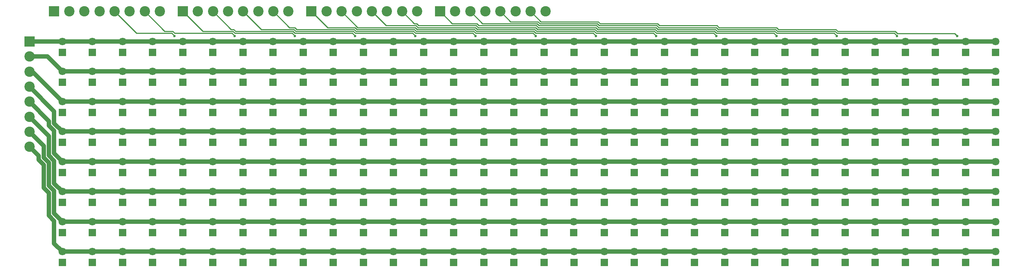
<source format=gtl>
G04 #@! TF.GenerationSoftware,KiCad,Pcbnew,(5.1.10)-1*
G04 #@! TF.CreationDate,2023-12-13T16:58:41-05:00*
G04 #@! TF.ProjectId,LED_Matrix_8x32_v2,4c45445f-4d61-4747-9269-785f38783332,rev?*
G04 #@! TF.SameCoordinates,Original*
G04 #@! TF.FileFunction,Copper,L1,Top*
G04 #@! TF.FilePolarity,Positive*
%FSLAX46Y46*%
G04 Gerber Fmt 4.6, Leading zero omitted, Abs format (unit mm)*
G04 Created by KiCad (PCBNEW (5.1.10)-1) date 2023-12-13 16:58:41*
%MOMM*%
%LPD*%
G01*
G04 APERTURE LIST*
G04 #@! TA.AperFunction,ComponentPad*
%ADD10R,1.800000X1.800000*%
G04 #@! TD*
G04 #@! TA.AperFunction,ComponentPad*
%ADD11C,1.800000*%
G04 #@! TD*
G04 #@! TA.AperFunction,ComponentPad*
%ADD12C,2.400000*%
G04 #@! TD*
G04 #@! TA.AperFunction,ComponentPad*
%ADD13R,2.400000X2.400000*%
G04 #@! TD*
G04 #@! TA.AperFunction,ViaPad*
%ADD14C,0.600000*%
G04 #@! TD*
G04 #@! TA.AperFunction,Conductor*
%ADD15C,1.000000*%
G04 #@! TD*
G04 #@! TA.AperFunction,Conductor*
%ADD16C,0.250000*%
G04 #@! TD*
G04 APERTURE END LIST*
D10*
G04 #@! TO.P,D256,1*
G04 #@! TO.N,Net-(D249-Pad1)*
X240665000Y-74930000D03*
D11*
G04 #@! TO.P,D256,2*
G04 #@! TO.N,Net-(D104-Pad2)*
X240665000Y-72390000D03*
G04 #@! TD*
D10*
G04 #@! TO.P,D245,1*
G04 #@! TO.N,Net-(D241-Pad1)*
X233680000Y-53975000D03*
D11*
G04 #@! TO.P,D245,2*
G04 #@! TO.N,Net-(D101-Pad2)*
X233680000Y-51435000D03*
G04 #@! TD*
D10*
G04 #@! TO.P,D244,1*
G04 #@! TO.N,Net-(D241-Pad1)*
X233680000Y-46990000D03*
D11*
G04 #@! TO.P,D244,2*
G04 #@! TO.N,Net-(D100-Pad2)*
X233680000Y-44450000D03*
G04 #@! TD*
D10*
G04 #@! TO.P,D253,1*
G04 #@! TO.N,Net-(D249-Pad1)*
X240665000Y-53975000D03*
D11*
G04 #@! TO.P,D253,2*
G04 #@! TO.N,Net-(D101-Pad2)*
X240665000Y-51435000D03*
G04 #@! TD*
D10*
G04 #@! TO.P,D255,1*
G04 #@! TO.N,Net-(D249-Pad1)*
X240665000Y-67945000D03*
D11*
G04 #@! TO.P,D255,2*
G04 #@! TO.N,Net-(D103-Pad2)*
X240665000Y-65405000D03*
G04 #@! TD*
D10*
G04 #@! TO.P,D252,1*
G04 #@! TO.N,Net-(D249-Pad1)*
X240665000Y-46990000D03*
D11*
G04 #@! TO.P,D252,2*
G04 #@! TO.N,Net-(D100-Pad2)*
X240665000Y-44450000D03*
G04 #@! TD*
D10*
G04 #@! TO.P,D246,1*
G04 #@! TO.N,Net-(D241-Pad1)*
X233680000Y-60960000D03*
D11*
G04 #@! TO.P,D246,2*
G04 #@! TO.N,Net-(D102-Pad2)*
X233680000Y-58420000D03*
G04 #@! TD*
D10*
G04 #@! TO.P,D254,1*
G04 #@! TO.N,Net-(D249-Pad1)*
X240665000Y-60960000D03*
D11*
G04 #@! TO.P,D254,2*
G04 #@! TO.N,Net-(D102-Pad2)*
X240665000Y-58420000D03*
G04 #@! TD*
D10*
G04 #@! TO.P,D248,1*
G04 #@! TO.N,Net-(D241-Pad1)*
X233680000Y-74930000D03*
D11*
G04 #@! TO.P,D248,2*
G04 #@! TO.N,Net-(D104-Pad2)*
X233680000Y-72390000D03*
G04 #@! TD*
D10*
G04 #@! TO.P,D247,1*
G04 #@! TO.N,Net-(D241-Pad1)*
X233680000Y-67945000D03*
D11*
G04 #@! TO.P,D247,2*
G04 #@! TO.N,Net-(D103-Pad2)*
X233680000Y-65405000D03*
G04 #@! TD*
D10*
G04 #@! TO.P,D250,1*
G04 #@! TO.N,Net-(D249-Pad1)*
X240665000Y-33020000D03*
D11*
G04 #@! TO.P,D250,2*
G04 #@! TO.N,Net-(D10-Pad2)*
X240665000Y-30480000D03*
G04 #@! TD*
D10*
G04 #@! TO.P,D251,1*
G04 #@! TO.N,Net-(D249-Pad1)*
X240665000Y-40005000D03*
D11*
G04 #@! TO.P,D251,2*
G04 #@! TO.N,Net-(D107-Pad2)*
X240665000Y-37465000D03*
G04 #@! TD*
D10*
G04 #@! TO.P,D134,1*
G04 #@! TO.N,Net-(D129-Pad1)*
X135890000Y-60960000D03*
D11*
G04 #@! TO.P,D134,2*
G04 #@! TO.N,Net-(D102-Pad2)*
X135890000Y-58420000D03*
G04 #@! TD*
D10*
G04 #@! TO.P,D133,1*
G04 #@! TO.N,Net-(D129-Pad1)*
X135890000Y-53975000D03*
D11*
G04 #@! TO.P,D133,2*
G04 #@! TO.N,Net-(D101-Pad2)*
X135890000Y-51435000D03*
G04 #@! TD*
D10*
G04 #@! TO.P,D132,1*
G04 #@! TO.N,Net-(D129-Pad1)*
X135890000Y-46990000D03*
D11*
G04 #@! TO.P,D132,2*
G04 #@! TO.N,Net-(D100-Pad2)*
X135890000Y-44450000D03*
G04 #@! TD*
D10*
G04 #@! TO.P,D131,1*
G04 #@! TO.N,Net-(D129-Pad1)*
X135890000Y-40005000D03*
D11*
G04 #@! TO.P,D131,2*
G04 #@! TO.N,Net-(D107-Pad2)*
X135890000Y-37465000D03*
G04 #@! TD*
D10*
G04 #@! TO.P,D127,1*
G04 #@! TO.N,Net-(D121-Pad1)*
X128905000Y-67945000D03*
D11*
G04 #@! TO.P,D127,2*
G04 #@! TO.N,Net-(D103-Pad2)*
X128905000Y-65405000D03*
G04 #@! TD*
D10*
G04 #@! TO.P,D126,1*
G04 #@! TO.N,Net-(D121-Pad1)*
X128905000Y-60960000D03*
D11*
G04 #@! TO.P,D126,2*
G04 #@! TO.N,Net-(D102-Pad2)*
X128905000Y-58420000D03*
G04 #@! TD*
D10*
G04 #@! TO.P,D135,1*
G04 #@! TO.N,Net-(D129-Pad1)*
X135890000Y-67945000D03*
D11*
G04 #@! TO.P,D135,2*
G04 #@! TO.N,Net-(D103-Pad2)*
X135890000Y-65405000D03*
G04 #@! TD*
D10*
G04 #@! TO.P,D124,1*
G04 #@! TO.N,Net-(D121-Pad1)*
X128905000Y-46990000D03*
D11*
G04 #@! TO.P,D124,2*
G04 #@! TO.N,Net-(D100-Pad2)*
X128905000Y-44450000D03*
G04 #@! TD*
D10*
G04 #@! TO.P,D119,1*
G04 #@! TO.N,Net-(D113-Pad1)*
X121920000Y-67945000D03*
D11*
G04 #@! TO.P,D119,2*
G04 #@! TO.N,Net-(D103-Pad2)*
X121920000Y-65405000D03*
G04 #@! TD*
D10*
G04 #@! TO.P,D122,1*
G04 #@! TO.N,Net-(D121-Pad1)*
X128905000Y-33020000D03*
D11*
G04 #@! TO.P,D122,2*
G04 #@! TO.N,Net-(D10-Pad2)*
X128905000Y-30480000D03*
G04 #@! TD*
D10*
G04 #@! TO.P,D118,1*
G04 #@! TO.N,Net-(D113-Pad1)*
X121920000Y-60960000D03*
D11*
G04 #@! TO.P,D118,2*
G04 #@! TO.N,Net-(D102-Pad2)*
X121920000Y-58420000D03*
G04 #@! TD*
D10*
G04 #@! TO.P,D130,1*
G04 #@! TO.N,Net-(D129-Pad1)*
X135890000Y-33020000D03*
D11*
G04 #@! TO.P,D130,2*
G04 #@! TO.N,Net-(D10-Pad2)*
X135890000Y-30480000D03*
G04 #@! TD*
D10*
G04 #@! TO.P,D120,1*
G04 #@! TO.N,Net-(D113-Pad1)*
X121920000Y-74930000D03*
D11*
G04 #@! TO.P,D120,2*
G04 #@! TO.N,Net-(D104-Pad2)*
X121920000Y-72390000D03*
G04 #@! TD*
D10*
G04 #@! TO.P,D125,1*
G04 #@! TO.N,Net-(D121-Pad1)*
X128905000Y-53975000D03*
D11*
G04 #@! TO.P,D125,2*
G04 #@! TO.N,Net-(D101-Pad2)*
X128905000Y-51435000D03*
G04 #@! TD*
D10*
G04 #@! TO.P,D128,1*
G04 #@! TO.N,Net-(D121-Pad1)*
X128905000Y-74930000D03*
D11*
G04 #@! TO.P,D128,2*
G04 #@! TO.N,Net-(D104-Pad2)*
X128905000Y-72390000D03*
G04 #@! TD*
D10*
G04 #@! TO.P,D123,1*
G04 #@! TO.N,Net-(D121-Pad1)*
X128905000Y-40005000D03*
D11*
G04 #@! TO.P,D123,2*
G04 #@! TO.N,Net-(D107-Pad2)*
X128905000Y-37465000D03*
G04 #@! TD*
D10*
G04 #@! TO.P,D158,1*
G04 #@! TO.N,Net-(D153-Pad1)*
X156845000Y-60960000D03*
D11*
G04 #@! TO.P,D158,2*
G04 #@! TO.N,Net-(D102-Pad2)*
X156845000Y-58420000D03*
G04 #@! TD*
D10*
G04 #@! TO.P,D157,1*
G04 #@! TO.N,Net-(D153-Pad1)*
X156845000Y-53975000D03*
D11*
G04 #@! TO.P,D157,2*
G04 #@! TO.N,Net-(D101-Pad2)*
X156845000Y-51435000D03*
G04 #@! TD*
D10*
G04 #@! TO.P,D163,1*
G04 #@! TO.N,Net-(D161-Pad1)*
X163830000Y-40005000D03*
D11*
G04 #@! TO.P,D163,2*
G04 #@! TO.N,Net-(D107-Pad2)*
X163830000Y-37465000D03*
G04 #@! TD*
D10*
G04 #@! TO.P,D168,1*
G04 #@! TO.N,Net-(D161-Pad1)*
X163830000Y-74930000D03*
D11*
G04 #@! TO.P,D168,2*
G04 #@! TO.N,Net-(D104-Pad2)*
X163830000Y-72390000D03*
G04 #@! TD*
D10*
G04 #@! TO.P,D156,1*
G04 #@! TO.N,Net-(D153-Pad1)*
X156845000Y-46990000D03*
D11*
G04 #@! TO.P,D156,2*
G04 #@! TO.N,Net-(D100-Pad2)*
X156845000Y-44450000D03*
G04 #@! TD*
D10*
G04 #@! TO.P,D171,1*
G04 #@! TO.N,Net-(D169-Pad1)*
X170815000Y-40005000D03*
D11*
G04 #@! TO.P,D171,2*
G04 #@! TO.N,Net-(D107-Pad2)*
X170815000Y-37465000D03*
G04 #@! TD*
D10*
G04 #@! TO.P,D167,1*
G04 #@! TO.N,Net-(D161-Pad1)*
X163830000Y-67945000D03*
D11*
G04 #@! TO.P,D167,2*
G04 #@! TO.N,Net-(D103-Pad2)*
X163830000Y-65405000D03*
G04 #@! TD*
D10*
G04 #@! TO.P,D160,1*
G04 #@! TO.N,Net-(D153-Pad1)*
X156845000Y-74930000D03*
D11*
G04 #@! TO.P,D160,2*
G04 #@! TO.N,Net-(D104-Pad2)*
X156845000Y-72390000D03*
G04 #@! TD*
D10*
G04 #@! TO.P,D166,1*
G04 #@! TO.N,Net-(D161-Pad1)*
X163830000Y-60960000D03*
D11*
G04 #@! TO.P,D166,2*
G04 #@! TO.N,Net-(D102-Pad2)*
X163830000Y-58420000D03*
G04 #@! TD*
D10*
G04 #@! TO.P,D162,1*
G04 #@! TO.N,Net-(D161-Pad1)*
X163830000Y-33020000D03*
D11*
G04 #@! TO.P,D162,2*
G04 #@! TO.N,Net-(D10-Pad2)*
X163830000Y-30480000D03*
G04 #@! TD*
D10*
G04 #@! TO.P,D159,1*
G04 #@! TO.N,Net-(D153-Pad1)*
X156845000Y-67945000D03*
D11*
G04 #@! TO.P,D159,2*
G04 #@! TO.N,Net-(D103-Pad2)*
X156845000Y-65405000D03*
G04 #@! TD*
D10*
G04 #@! TO.P,D155,1*
G04 #@! TO.N,Net-(D153-Pad1)*
X156845000Y-40005000D03*
D11*
G04 #@! TO.P,D155,2*
G04 #@! TO.N,Net-(D107-Pad2)*
X156845000Y-37465000D03*
G04 #@! TD*
D10*
G04 #@! TO.P,D154,1*
G04 #@! TO.N,Net-(D153-Pad1)*
X156845000Y-33020000D03*
D11*
G04 #@! TO.P,D154,2*
G04 #@! TO.N,Net-(D10-Pad2)*
X156845000Y-30480000D03*
G04 #@! TD*
D10*
G04 #@! TO.P,D164,1*
G04 #@! TO.N,Net-(D161-Pad1)*
X163830000Y-46990000D03*
D11*
G04 #@! TO.P,D164,2*
G04 #@! TO.N,Net-(D100-Pad2)*
X163830000Y-44450000D03*
G04 #@! TD*
D10*
G04 #@! TO.P,D165,1*
G04 #@! TO.N,Net-(D161-Pad1)*
X163830000Y-53975000D03*
D11*
G04 #@! TO.P,D165,2*
G04 #@! TO.N,Net-(D101-Pad2)*
X163830000Y-51435000D03*
G04 #@! TD*
D10*
G04 #@! TO.P,D170,1*
G04 #@! TO.N,Net-(D169-Pad1)*
X170815000Y-33020000D03*
D11*
G04 #@! TO.P,D170,2*
G04 #@! TO.N,Net-(D10-Pad2)*
X170815000Y-30480000D03*
G04 #@! TD*
D10*
G04 #@! TO.P,D141,1*
G04 #@! TO.N,Net-(D137-Pad1)*
X142875000Y-53975000D03*
D11*
G04 #@! TO.P,D141,2*
G04 #@! TO.N,Net-(D101-Pad2)*
X142875000Y-51435000D03*
G04 #@! TD*
D10*
G04 #@! TO.P,D152,1*
G04 #@! TO.N,Net-(D145-Pad1)*
X149860000Y-74930000D03*
D11*
G04 #@! TO.P,D152,2*
G04 #@! TO.N,Net-(D104-Pad2)*
X149860000Y-72390000D03*
G04 #@! TD*
D10*
G04 #@! TO.P,D140,1*
G04 #@! TO.N,Net-(D137-Pad1)*
X142875000Y-46990000D03*
D11*
G04 #@! TO.P,D140,2*
G04 #@! TO.N,Net-(D100-Pad2)*
X142875000Y-44450000D03*
G04 #@! TD*
D10*
G04 #@! TO.P,D139,1*
G04 #@! TO.N,Net-(D137-Pad1)*
X142875000Y-40005000D03*
D11*
G04 #@! TO.P,D139,2*
G04 #@! TO.N,Net-(D107-Pad2)*
X142875000Y-37465000D03*
G04 #@! TD*
D10*
G04 #@! TO.P,D147,1*
G04 #@! TO.N,Net-(D145-Pad1)*
X149860000Y-40005000D03*
D11*
G04 #@! TO.P,D147,2*
G04 #@! TO.N,Net-(D107-Pad2)*
X149860000Y-37465000D03*
G04 #@! TD*
D10*
G04 #@! TO.P,D149,1*
G04 #@! TO.N,Net-(D145-Pad1)*
X149860000Y-53975000D03*
D11*
G04 #@! TO.P,D149,2*
G04 #@! TO.N,Net-(D101-Pad2)*
X149860000Y-51435000D03*
G04 #@! TD*
D10*
G04 #@! TO.P,D138,1*
G04 #@! TO.N,Net-(D137-Pad1)*
X142875000Y-33020000D03*
D11*
G04 #@! TO.P,D138,2*
G04 #@! TO.N,Net-(D10-Pad2)*
X142875000Y-30480000D03*
G04 #@! TD*
D10*
G04 #@! TO.P,D136,1*
G04 #@! TO.N,Net-(D129-Pad1)*
X135890000Y-74930000D03*
D11*
G04 #@! TO.P,D136,2*
G04 #@! TO.N,Net-(D104-Pad2)*
X135890000Y-72390000D03*
G04 #@! TD*
D10*
G04 #@! TO.P,D150,1*
G04 #@! TO.N,Net-(D145-Pad1)*
X149860000Y-60960000D03*
D11*
G04 #@! TO.P,D150,2*
G04 #@! TO.N,Net-(D102-Pad2)*
X149860000Y-58420000D03*
G04 #@! TD*
D10*
G04 #@! TO.P,D148,1*
G04 #@! TO.N,Net-(D145-Pad1)*
X149860000Y-46990000D03*
D11*
G04 #@! TO.P,D148,2*
G04 #@! TO.N,Net-(D100-Pad2)*
X149860000Y-44450000D03*
G04 #@! TD*
D10*
G04 #@! TO.P,D146,1*
G04 #@! TO.N,Net-(D145-Pad1)*
X149860000Y-33020000D03*
D11*
G04 #@! TO.P,D146,2*
G04 #@! TO.N,Net-(D10-Pad2)*
X149860000Y-30480000D03*
G04 #@! TD*
D10*
G04 #@! TO.P,D144,1*
G04 #@! TO.N,Net-(D137-Pad1)*
X142875000Y-74930000D03*
D11*
G04 #@! TO.P,D144,2*
G04 #@! TO.N,Net-(D104-Pad2)*
X142875000Y-72390000D03*
G04 #@! TD*
D10*
G04 #@! TO.P,D143,1*
G04 #@! TO.N,Net-(D137-Pad1)*
X142769000Y-67945000D03*
D11*
G04 #@! TO.P,D143,2*
G04 #@! TO.N,Net-(D103-Pad2)*
X142769000Y-65405000D03*
G04 #@! TD*
D10*
G04 #@! TO.P,D142,1*
G04 #@! TO.N,Net-(D137-Pad1)*
X142875000Y-60960000D03*
D11*
G04 #@! TO.P,D142,2*
G04 #@! TO.N,Net-(D102-Pad2)*
X142875000Y-58420000D03*
G04 #@! TD*
D10*
G04 #@! TO.P,D151,1*
G04 #@! TO.N,Net-(D145-Pad1)*
X149860000Y-67945000D03*
D11*
G04 #@! TO.P,D151,2*
G04 #@! TO.N,Net-(D103-Pad2)*
X149860000Y-65405000D03*
G04 #@! TD*
D10*
G04 #@! TO.P,D183,1*
G04 #@! TO.N,Net-(D177-Pad1)*
X177800000Y-67945000D03*
D11*
G04 #@! TO.P,D183,2*
G04 #@! TO.N,Net-(D103-Pad2)*
X177800000Y-65405000D03*
G04 #@! TD*
D10*
G04 #@! TO.P,D189,1*
G04 #@! TO.N,Net-(D185-Pad1)*
X184785000Y-53975000D03*
D11*
G04 #@! TO.P,D189,2*
G04 #@! TO.N,Net-(D101-Pad2)*
X184785000Y-51435000D03*
G04 #@! TD*
D10*
G04 #@! TO.P,D188,1*
G04 #@! TO.N,Net-(D185-Pad1)*
X184785000Y-46990000D03*
D11*
G04 #@! TO.P,D188,2*
G04 #@! TO.N,Net-(D100-Pad2)*
X184785000Y-44450000D03*
G04 #@! TD*
D10*
G04 #@! TO.P,D182,1*
G04 #@! TO.N,Net-(D177-Pad1)*
X177800000Y-60960000D03*
D11*
G04 #@! TO.P,D182,2*
G04 #@! TO.N,Net-(D102-Pad2)*
X177800000Y-58420000D03*
G04 #@! TD*
D10*
G04 #@! TO.P,D181,1*
G04 #@! TO.N,Net-(D177-Pad1)*
X177800000Y-53975000D03*
D11*
G04 #@! TO.P,D181,2*
G04 #@! TO.N,Net-(D101-Pad2)*
X177800000Y-51435000D03*
G04 #@! TD*
D10*
G04 #@! TO.P,D187,1*
G04 #@! TO.N,Net-(D185-Pad1)*
X184785000Y-40005000D03*
D11*
G04 #@! TO.P,D187,2*
G04 #@! TO.N,Net-(D107-Pad2)*
X184785000Y-37465000D03*
G04 #@! TD*
D10*
G04 #@! TO.P,D180,1*
G04 #@! TO.N,Net-(D177-Pad1)*
X177800000Y-46990000D03*
D11*
G04 #@! TO.P,D180,2*
G04 #@! TO.N,Net-(D100-Pad2)*
X177800000Y-44450000D03*
G04 #@! TD*
D10*
G04 #@! TO.P,D179,1*
G04 #@! TO.N,Net-(D177-Pad1)*
X177800000Y-40005000D03*
D11*
G04 #@! TO.P,D179,2*
G04 #@! TO.N,Net-(D107-Pad2)*
X177800000Y-37465000D03*
G04 #@! TD*
D10*
G04 #@! TO.P,D178,1*
G04 #@! TO.N,Net-(D177-Pad1)*
X177800000Y-33020000D03*
D11*
G04 #@! TO.P,D178,2*
G04 #@! TO.N,Net-(D10-Pad2)*
X177800000Y-30480000D03*
G04 #@! TD*
D10*
G04 #@! TO.P,D176,1*
G04 #@! TO.N,Net-(D169-Pad1)*
X170815000Y-74930000D03*
D11*
G04 #@! TO.P,D176,2*
G04 #@! TO.N,Net-(D104-Pad2)*
X170815000Y-72390000D03*
G04 #@! TD*
D10*
G04 #@! TO.P,D175,1*
G04 #@! TO.N,Net-(D169-Pad1)*
X170815000Y-67945000D03*
D11*
G04 #@! TO.P,D175,2*
G04 #@! TO.N,Net-(D103-Pad2)*
X170815000Y-65405000D03*
G04 #@! TD*
D10*
G04 #@! TO.P,D174,1*
G04 #@! TO.N,Net-(D169-Pad1)*
X170815000Y-60960000D03*
D11*
G04 #@! TO.P,D174,2*
G04 #@! TO.N,Net-(D102-Pad2)*
X170815000Y-58420000D03*
G04 #@! TD*
D10*
G04 #@! TO.P,D173,1*
G04 #@! TO.N,Net-(D169-Pad1)*
X170815000Y-53975000D03*
D11*
G04 #@! TO.P,D173,2*
G04 #@! TO.N,Net-(D101-Pad2)*
X170815000Y-51435000D03*
G04 #@! TD*
D10*
G04 #@! TO.P,D172,1*
G04 #@! TO.N,Net-(D169-Pad1)*
X170815000Y-46990000D03*
D11*
G04 #@! TO.P,D172,2*
G04 #@! TO.N,Net-(D100-Pad2)*
X170815000Y-44450000D03*
G04 #@! TD*
D10*
G04 #@! TO.P,D186,1*
G04 #@! TO.N,Net-(D185-Pad1)*
X184785000Y-33020000D03*
D11*
G04 #@! TO.P,D186,2*
G04 #@! TO.N,Net-(D10-Pad2)*
X184785000Y-30480000D03*
G04 #@! TD*
D10*
G04 #@! TO.P,D184,1*
G04 #@! TO.N,Net-(D177-Pad1)*
X177800000Y-74930000D03*
D11*
G04 #@! TO.P,D184,2*
G04 #@! TO.N,Net-(D104-Pad2)*
X177800000Y-72390000D03*
G04 #@! TD*
D10*
G04 #@! TO.P,D92,1*
G04 #@! TO.N,Net-(D89-Pad1)*
X100965000Y-46990000D03*
D11*
G04 #@! TO.P,D92,2*
G04 #@! TO.N,Net-(D100-Pad2)*
X100965000Y-44450000D03*
G04 #@! TD*
D10*
G04 #@! TO.P,D115,1*
G04 #@! TO.N,Net-(D113-Pad1)*
X121920000Y-40005000D03*
D11*
G04 #@! TO.P,D115,2*
G04 #@! TO.N,Net-(D107-Pad2)*
X121920000Y-37465000D03*
G04 #@! TD*
D10*
G04 #@! TO.P,D87,1*
G04 #@! TO.N,Net-(D81-Pad1)*
X93980000Y-67945000D03*
D11*
G04 #@! TO.P,D87,2*
G04 #@! TO.N,Net-(D103-Pad2)*
X93980000Y-65405000D03*
G04 #@! TD*
D10*
G04 #@! TO.P,D86,1*
G04 #@! TO.N,Net-(D81-Pad1)*
X93980000Y-60960000D03*
D11*
G04 #@! TO.P,D86,2*
G04 #@! TO.N,Net-(D102-Pad2)*
X93980000Y-58420000D03*
G04 #@! TD*
D10*
G04 #@! TO.P,D108,1*
G04 #@! TO.N,Net-(D105-Pad1)*
X114935000Y-46990000D03*
D11*
G04 #@! TO.P,D108,2*
G04 #@! TO.N,Net-(D100-Pad2)*
X114935000Y-44450000D03*
G04 #@! TD*
D10*
G04 #@! TO.P,D84,1*
G04 #@! TO.N,Net-(D81-Pad1)*
X93980000Y-46990000D03*
D11*
G04 #@! TO.P,D84,2*
G04 #@! TO.N,Net-(D100-Pad2)*
X93980000Y-44450000D03*
G04 #@! TD*
D10*
G04 #@! TO.P,D111,1*
G04 #@! TO.N,Net-(D105-Pad1)*
X114935000Y-67945000D03*
D11*
G04 #@! TO.P,D111,2*
G04 #@! TO.N,Net-(D103-Pad2)*
X114935000Y-65405000D03*
G04 #@! TD*
D10*
G04 #@! TO.P,D106,1*
G04 #@! TO.N,Net-(D105-Pad1)*
X114935000Y-33020000D03*
D11*
G04 #@! TO.P,D106,2*
G04 #@! TO.N,Net-(D10-Pad2)*
X114935000Y-30480000D03*
G04 #@! TD*
D10*
G04 #@! TO.P,D98,1*
G04 #@! TO.N,Net-(D100-Pad1)*
X107950000Y-33020000D03*
D11*
G04 #@! TO.P,D98,2*
G04 #@! TO.N,Net-(D10-Pad2)*
X107950000Y-30480000D03*
G04 #@! TD*
D10*
G04 #@! TO.P,D90,1*
G04 #@! TO.N,Net-(D89-Pad1)*
X100965000Y-33020000D03*
D11*
G04 #@! TO.P,D90,2*
G04 #@! TO.N,Net-(D10-Pad2)*
X100965000Y-30480000D03*
G04 #@! TD*
D10*
G04 #@! TO.P,D93,1*
G04 #@! TO.N,Net-(D89-Pad1)*
X100965000Y-53975000D03*
D11*
G04 #@! TO.P,D93,2*
G04 #@! TO.N,Net-(D101-Pad2)*
X100965000Y-51435000D03*
G04 #@! TD*
D10*
G04 #@! TO.P,D104,1*
G04 #@! TO.N,Net-(D100-Pad1)*
X107950000Y-74930000D03*
D11*
G04 #@! TO.P,D104,2*
G04 #@! TO.N,Net-(D104-Pad2)*
X107950000Y-72390000D03*
G04 #@! TD*
D10*
G04 #@! TO.P,D110,1*
G04 #@! TO.N,Net-(D105-Pad1)*
X114935000Y-60960000D03*
D11*
G04 #@! TO.P,D110,2*
G04 #@! TO.N,Net-(D102-Pad2)*
X114935000Y-58420000D03*
G04 #@! TD*
D10*
G04 #@! TO.P,D102,1*
G04 #@! TO.N,Net-(D100-Pad1)*
X107950000Y-60960000D03*
D11*
G04 #@! TO.P,D102,2*
G04 #@! TO.N,Net-(D102-Pad2)*
X107950000Y-58420000D03*
G04 #@! TD*
D10*
G04 #@! TO.P,D101,1*
G04 #@! TO.N,Net-(D100-Pad1)*
X107950000Y-53975000D03*
D11*
G04 #@! TO.P,D101,2*
G04 #@! TO.N,Net-(D101-Pad2)*
X107950000Y-51435000D03*
G04 #@! TD*
D10*
G04 #@! TO.P,D117,1*
G04 #@! TO.N,Net-(D113-Pad1)*
X121920000Y-53975000D03*
D11*
G04 #@! TO.P,D117,2*
G04 #@! TO.N,Net-(D101-Pad2)*
X121920000Y-51435000D03*
G04 #@! TD*
D10*
G04 #@! TO.P,D107,1*
G04 #@! TO.N,Net-(D105-Pad1)*
X114935000Y-40005000D03*
D11*
G04 #@! TO.P,D107,2*
G04 #@! TO.N,Net-(D107-Pad2)*
X114935000Y-37465000D03*
G04 #@! TD*
D10*
G04 #@! TO.P,D85,1*
G04 #@! TO.N,Net-(D81-Pad1)*
X93980000Y-53975000D03*
D11*
G04 #@! TO.P,D85,2*
G04 #@! TO.N,Net-(D101-Pad2)*
X93980000Y-51435000D03*
G04 #@! TD*
D10*
G04 #@! TO.P,D83,1*
G04 #@! TO.N,Net-(D81-Pad1)*
X93980000Y-40005000D03*
D11*
G04 #@! TO.P,D83,2*
G04 #@! TO.N,Net-(D107-Pad2)*
X93980000Y-37465000D03*
G04 #@! TD*
D10*
G04 #@! TO.P,D82,1*
G04 #@! TO.N,Net-(D81-Pad1)*
X93980000Y-33020000D03*
D11*
G04 #@! TO.P,D82,2*
G04 #@! TO.N,Net-(D10-Pad2)*
X93980000Y-30480000D03*
G04 #@! TD*
D10*
G04 #@! TO.P,D116,1*
G04 #@! TO.N,Net-(D113-Pad1)*
X121920000Y-46990000D03*
D11*
G04 #@! TO.P,D116,2*
G04 #@! TO.N,Net-(D100-Pad2)*
X121920000Y-44450000D03*
G04 #@! TD*
D10*
G04 #@! TO.P,D100,1*
G04 #@! TO.N,Net-(D100-Pad1)*
X107950000Y-46990000D03*
D11*
G04 #@! TO.P,D100,2*
G04 #@! TO.N,Net-(D100-Pad2)*
X107950000Y-44450000D03*
G04 #@! TD*
D10*
G04 #@! TO.P,D96,1*
G04 #@! TO.N,Net-(D89-Pad1)*
X100965000Y-74930000D03*
D11*
G04 #@! TO.P,D96,2*
G04 #@! TO.N,Net-(D104-Pad2)*
X100965000Y-72390000D03*
G04 #@! TD*
D10*
G04 #@! TO.P,D94,1*
G04 #@! TO.N,Net-(D89-Pad1)*
X100965000Y-60960000D03*
D11*
G04 #@! TO.P,D94,2*
G04 #@! TO.N,Net-(D102-Pad2)*
X100965000Y-58420000D03*
G04 #@! TD*
D10*
G04 #@! TO.P,D95,1*
G04 #@! TO.N,Net-(D89-Pad1)*
X100965000Y-67945000D03*
D11*
G04 #@! TO.P,D95,2*
G04 #@! TO.N,Net-(D103-Pad2)*
X100965000Y-65405000D03*
G04 #@! TD*
D10*
G04 #@! TO.P,D114,1*
G04 #@! TO.N,Net-(D113-Pad1)*
X121920000Y-33020000D03*
D11*
G04 #@! TO.P,D114,2*
G04 #@! TO.N,Net-(D10-Pad2)*
X121920000Y-30480000D03*
G04 #@! TD*
D10*
G04 #@! TO.P,D91,1*
G04 #@! TO.N,Net-(D89-Pad1)*
X100965000Y-40005000D03*
D11*
G04 #@! TO.P,D91,2*
G04 #@! TO.N,Net-(D107-Pad2)*
X100965000Y-37465000D03*
G04 #@! TD*
D10*
G04 #@! TO.P,D112,1*
G04 #@! TO.N,Net-(D105-Pad1)*
X114935000Y-74930000D03*
D11*
G04 #@! TO.P,D112,2*
G04 #@! TO.N,Net-(D104-Pad2)*
X114935000Y-72390000D03*
G04 #@! TD*
D10*
G04 #@! TO.P,D109,1*
G04 #@! TO.N,Net-(D105-Pad1)*
X114935000Y-53975000D03*
D11*
G04 #@! TO.P,D109,2*
G04 #@! TO.N,Net-(D101-Pad2)*
X114935000Y-51435000D03*
G04 #@! TD*
D10*
G04 #@! TO.P,D103,1*
G04 #@! TO.N,Net-(D100-Pad1)*
X107950000Y-67945000D03*
D11*
G04 #@! TO.P,D103,2*
G04 #@! TO.N,Net-(D103-Pad2)*
X107950000Y-65405000D03*
G04 #@! TD*
D10*
G04 #@! TO.P,D99,1*
G04 #@! TO.N,Net-(D100-Pad1)*
X107950000Y-40005000D03*
D11*
G04 #@! TO.P,D99,2*
G04 #@! TO.N,Net-(D107-Pad2)*
X107950000Y-37465000D03*
G04 #@! TD*
D10*
G04 #@! TO.P,D88,1*
G04 #@! TO.N,Net-(D81-Pad1)*
X93980000Y-74930000D03*
D11*
G04 #@! TO.P,D88,2*
G04 #@! TO.N,Net-(D104-Pad2)*
X93980000Y-72390000D03*
G04 #@! TD*
D10*
G04 #@! TO.P,D203,1*
G04 #@! TO.N,Net-(D201-Pad1)*
X198755000Y-40005000D03*
D11*
G04 #@! TO.P,D203,2*
G04 #@! TO.N,Net-(D107-Pad2)*
X198755000Y-37465000D03*
G04 #@! TD*
D10*
G04 #@! TO.P,D204,1*
G04 #@! TO.N,Net-(D201-Pad1)*
X198755000Y-46990000D03*
D11*
G04 #@! TO.P,D204,2*
G04 #@! TO.N,Net-(D100-Pad2)*
X198755000Y-44450000D03*
G04 #@! TD*
D10*
G04 #@! TO.P,D200,1*
G04 #@! TO.N,Net-(D193-Pad1)*
X191770000Y-74930000D03*
D11*
G04 #@! TO.P,D200,2*
G04 #@! TO.N,Net-(D104-Pad2)*
X191770000Y-72390000D03*
G04 #@! TD*
D10*
G04 #@! TO.P,D206,1*
G04 #@! TO.N,Net-(D201-Pad1)*
X198755000Y-60960000D03*
D11*
G04 #@! TO.P,D206,2*
G04 #@! TO.N,Net-(D102-Pad2)*
X198755000Y-58420000D03*
G04 #@! TD*
D10*
G04 #@! TO.P,D205,1*
G04 #@! TO.N,Net-(D201-Pad1)*
X198755000Y-53975000D03*
D11*
G04 #@! TO.P,D205,2*
G04 #@! TO.N,Net-(D101-Pad2)*
X198755000Y-51435000D03*
G04 #@! TD*
D10*
G04 #@! TO.P,D198,1*
G04 #@! TO.N,Net-(D193-Pad1)*
X191770000Y-60960000D03*
D11*
G04 #@! TO.P,D198,2*
G04 #@! TO.N,Net-(D102-Pad2)*
X191770000Y-58420000D03*
G04 #@! TD*
D10*
G04 #@! TO.P,D192,1*
G04 #@! TO.N,Net-(D185-Pad1)*
X184785000Y-74930000D03*
D11*
G04 #@! TO.P,D192,2*
G04 #@! TO.N,Net-(D104-Pad2)*
X184785000Y-72390000D03*
G04 #@! TD*
D10*
G04 #@! TO.P,D191,1*
G04 #@! TO.N,Net-(D185-Pad1)*
X184785000Y-67945000D03*
D11*
G04 #@! TO.P,D191,2*
G04 #@! TO.N,Net-(D103-Pad2)*
X184785000Y-65405000D03*
G04 #@! TD*
D10*
G04 #@! TO.P,D202,1*
G04 #@! TO.N,Net-(D201-Pad1)*
X198755000Y-33020000D03*
D11*
G04 #@! TO.P,D202,2*
G04 #@! TO.N,Net-(D10-Pad2)*
X198755000Y-30480000D03*
G04 #@! TD*
D10*
G04 #@! TO.P,D190,1*
G04 #@! TO.N,Net-(D185-Pad1)*
X184785000Y-60960000D03*
D11*
G04 #@! TO.P,D190,2*
G04 #@! TO.N,Net-(D102-Pad2)*
X184785000Y-58420000D03*
G04 #@! TD*
D10*
G04 #@! TO.P,D199,1*
G04 #@! TO.N,Net-(D193-Pad1)*
X191770000Y-67945000D03*
D11*
G04 #@! TO.P,D199,2*
G04 #@! TO.N,Net-(D103-Pad2)*
X191770000Y-65405000D03*
G04 #@! TD*
D10*
G04 #@! TO.P,D197,1*
G04 #@! TO.N,Net-(D193-Pad1)*
X191770000Y-53975000D03*
D11*
G04 #@! TO.P,D197,2*
G04 #@! TO.N,Net-(D101-Pad2)*
X191770000Y-51435000D03*
G04 #@! TD*
D10*
G04 #@! TO.P,D196,1*
G04 #@! TO.N,Net-(D193-Pad1)*
X191770000Y-46990000D03*
D11*
G04 #@! TO.P,D196,2*
G04 #@! TO.N,Net-(D100-Pad2)*
X191770000Y-44450000D03*
G04 #@! TD*
D10*
G04 #@! TO.P,D195,1*
G04 #@! TO.N,Net-(D193-Pad1)*
X191770000Y-40005000D03*
D11*
G04 #@! TO.P,D195,2*
G04 #@! TO.N,Net-(D107-Pad2)*
X191770000Y-37465000D03*
G04 #@! TD*
D10*
G04 #@! TO.P,D194,1*
G04 #@! TO.N,Net-(D193-Pad1)*
X191770000Y-33020000D03*
D11*
G04 #@! TO.P,D194,2*
G04 #@! TO.N,Net-(D10-Pad2)*
X191770000Y-30480000D03*
G04 #@! TD*
D10*
G04 #@! TO.P,D207,1*
G04 #@! TO.N,Net-(D201-Pad1)*
X198755000Y-67945000D03*
D11*
G04 #@! TO.P,D207,2*
G04 #@! TO.N,Net-(D103-Pad2)*
X198755000Y-65405000D03*
G04 #@! TD*
D10*
G04 #@! TO.P,D61,1*
G04 #@! TO.N,Net-(D57-Pad1)*
X73025000Y-53975000D03*
D11*
G04 #@! TO.P,D61,2*
G04 #@! TO.N,Net-(D101-Pad2)*
X73025000Y-51435000D03*
G04 #@! TD*
D10*
G04 #@! TO.P,D66,1*
G04 #@! TO.N,Net-(D65-Pad1)*
X80010000Y-33020000D03*
D11*
G04 #@! TO.P,D66,2*
G04 #@! TO.N,Net-(D10-Pad2)*
X80010000Y-30480000D03*
G04 #@! TD*
D10*
G04 #@! TO.P,D54,1*
G04 #@! TO.N,Net-(D49-Pad1)*
X66040000Y-60960000D03*
D11*
G04 #@! TO.P,D54,2*
G04 #@! TO.N,Net-(D102-Pad2)*
X66040000Y-58420000D03*
G04 #@! TD*
D10*
G04 #@! TO.P,D53,1*
G04 #@! TO.N,Net-(D49-Pad1)*
X66040000Y-53975000D03*
D11*
G04 #@! TO.P,D53,2*
G04 #@! TO.N,Net-(D101-Pad2)*
X66040000Y-51435000D03*
G04 #@! TD*
D10*
G04 #@! TO.P,D58,1*
G04 #@! TO.N,Net-(D57-Pad1)*
X73025000Y-33020000D03*
D11*
G04 #@! TO.P,D58,2*
G04 #@! TO.N,Net-(D10-Pad2)*
X73025000Y-30480000D03*
G04 #@! TD*
D10*
G04 #@! TO.P,D51,1*
G04 #@! TO.N,Net-(D49-Pad1)*
X66040000Y-40005000D03*
D11*
G04 #@! TO.P,D51,2*
G04 #@! TO.N,Net-(D107-Pad2)*
X66040000Y-37465000D03*
G04 #@! TD*
D10*
G04 #@! TO.P,D64,1*
G04 #@! TO.N,Net-(D57-Pad1)*
X73025000Y-74930000D03*
D11*
G04 #@! TO.P,D64,2*
G04 #@! TO.N,Net-(D104-Pad2)*
X73025000Y-72390000D03*
G04 #@! TD*
D10*
G04 #@! TO.P,D74,1*
G04 #@! TO.N,Net-(D73-Pad1)*
X86995000Y-33020000D03*
D11*
G04 #@! TO.P,D74,2*
G04 #@! TO.N,Net-(D10-Pad2)*
X86995000Y-30480000D03*
G04 #@! TD*
D10*
G04 #@! TO.P,D67,1*
G04 #@! TO.N,Net-(D65-Pad1)*
X80010000Y-40005000D03*
D11*
G04 #@! TO.P,D67,2*
G04 #@! TO.N,Net-(D107-Pad2)*
X80010000Y-37465000D03*
G04 #@! TD*
D10*
G04 #@! TO.P,D80,1*
G04 #@! TO.N,Net-(D73-Pad1)*
X86995000Y-74930000D03*
D11*
G04 #@! TO.P,D80,2*
G04 #@! TO.N,Net-(D104-Pad2)*
X86995000Y-72390000D03*
G04 #@! TD*
D10*
G04 #@! TO.P,D77,1*
G04 #@! TO.N,Net-(D73-Pad1)*
X86995000Y-53975000D03*
D11*
G04 #@! TO.P,D77,2*
G04 #@! TO.N,Net-(D101-Pad2)*
X86995000Y-51435000D03*
G04 #@! TD*
D10*
G04 #@! TO.P,D72,1*
G04 #@! TO.N,Net-(D65-Pad1)*
X80010000Y-74930000D03*
D11*
G04 #@! TO.P,D72,2*
G04 #@! TO.N,Net-(D104-Pad2)*
X80010000Y-72390000D03*
G04 #@! TD*
D10*
G04 #@! TO.P,D55,1*
G04 #@! TO.N,Net-(D49-Pad1)*
X66040000Y-67945000D03*
D11*
G04 #@! TO.P,D55,2*
G04 #@! TO.N,Net-(D103-Pad2)*
X66040000Y-65405000D03*
G04 #@! TD*
D10*
G04 #@! TO.P,D70,1*
G04 #@! TO.N,Net-(D65-Pad1)*
X80010000Y-60960000D03*
D11*
G04 #@! TO.P,D70,2*
G04 #@! TO.N,Net-(D102-Pad2)*
X80010000Y-58420000D03*
G04 #@! TD*
D10*
G04 #@! TO.P,D56,1*
G04 #@! TO.N,Net-(D49-Pad1)*
X66040000Y-74930000D03*
D11*
G04 #@! TO.P,D56,2*
G04 #@! TO.N,Net-(D104-Pad2)*
X66040000Y-72390000D03*
G04 #@! TD*
D10*
G04 #@! TO.P,D52,1*
G04 #@! TO.N,Net-(D49-Pad1)*
X66040000Y-46990000D03*
D11*
G04 #@! TO.P,D52,2*
G04 #@! TO.N,Net-(D100-Pad2)*
X66040000Y-44450000D03*
G04 #@! TD*
D10*
G04 #@! TO.P,D50,1*
G04 #@! TO.N,Net-(D49-Pad1)*
X66040000Y-33020000D03*
D11*
G04 #@! TO.P,D50,2*
G04 #@! TO.N,Net-(D10-Pad2)*
X66040000Y-30480000D03*
G04 #@! TD*
D10*
G04 #@! TO.P,D75,1*
G04 #@! TO.N,Net-(D73-Pad1)*
X86995000Y-40005000D03*
D11*
G04 #@! TO.P,D75,2*
G04 #@! TO.N,Net-(D107-Pad2)*
X86995000Y-37465000D03*
G04 #@! TD*
D10*
G04 #@! TO.P,D62,1*
G04 #@! TO.N,Net-(D57-Pad1)*
X73025000Y-60960000D03*
D11*
G04 #@! TO.P,D62,2*
G04 #@! TO.N,Net-(D102-Pad2)*
X73025000Y-58420000D03*
G04 #@! TD*
D10*
G04 #@! TO.P,D78,1*
G04 #@! TO.N,Net-(D73-Pad1)*
X86995000Y-60960000D03*
D11*
G04 #@! TO.P,D78,2*
G04 #@! TO.N,Net-(D102-Pad2)*
X86995000Y-58420000D03*
G04 #@! TD*
D10*
G04 #@! TO.P,D60,1*
G04 #@! TO.N,Net-(D57-Pad1)*
X73025000Y-46990000D03*
D11*
G04 #@! TO.P,D60,2*
G04 #@! TO.N,Net-(D100-Pad2)*
X73025000Y-44450000D03*
G04 #@! TD*
D10*
G04 #@! TO.P,D76,1*
G04 #@! TO.N,Net-(D73-Pad1)*
X86995000Y-46990000D03*
D11*
G04 #@! TO.P,D76,2*
G04 #@! TO.N,Net-(D100-Pad2)*
X86995000Y-44450000D03*
G04 #@! TD*
D10*
G04 #@! TO.P,D69,1*
G04 #@! TO.N,Net-(D65-Pad1)*
X80010000Y-53975000D03*
D11*
G04 #@! TO.P,D69,2*
G04 #@! TO.N,Net-(D101-Pad2)*
X80010000Y-51435000D03*
G04 #@! TD*
D10*
G04 #@! TO.P,D63,1*
G04 #@! TO.N,Net-(D57-Pad1)*
X73025000Y-67945000D03*
D11*
G04 #@! TO.P,D63,2*
G04 #@! TO.N,Net-(D103-Pad2)*
X73025000Y-65405000D03*
G04 #@! TD*
D10*
G04 #@! TO.P,D59,1*
G04 #@! TO.N,Net-(D57-Pad1)*
X73025000Y-40005000D03*
D11*
G04 #@! TO.P,D59,2*
G04 #@! TO.N,Net-(D107-Pad2)*
X73025000Y-37465000D03*
G04 #@! TD*
D10*
G04 #@! TO.P,D71,1*
G04 #@! TO.N,Net-(D65-Pad1)*
X80010000Y-67945000D03*
D11*
G04 #@! TO.P,D71,2*
G04 #@! TO.N,Net-(D103-Pad2)*
X80010000Y-65405000D03*
G04 #@! TD*
D10*
G04 #@! TO.P,D79,1*
G04 #@! TO.N,Net-(D73-Pad1)*
X86995000Y-67945000D03*
D11*
G04 #@! TO.P,D79,2*
G04 #@! TO.N,Net-(D103-Pad2)*
X86995000Y-65405000D03*
G04 #@! TD*
D10*
G04 #@! TO.P,D68,1*
G04 #@! TO.N,Net-(D65-Pad1)*
X80010000Y-46990000D03*
D11*
G04 #@! TO.P,D68,2*
G04 #@! TO.N,Net-(D100-Pad2)*
X80010000Y-44450000D03*
G04 #@! TD*
D10*
G04 #@! TO.P,D239,1*
G04 #@! TO.N,Net-(D233-Pad1)*
X226695000Y-67945000D03*
D11*
G04 #@! TO.P,D239,2*
G04 #@! TO.N,Net-(D103-Pad2)*
X226695000Y-65405000D03*
G04 #@! TD*
D10*
G04 #@! TO.P,D238,1*
G04 #@! TO.N,Net-(D233-Pad1)*
X226695000Y-60960000D03*
D11*
G04 #@! TO.P,D238,2*
G04 #@! TO.N,Net-(D102-Pad2)*
X226695000Y-58420000D03*
G04 #@! TD*
D10*
G04 #@! TO.P,D237,1*
G04 #@! TO.N,Net-(D233-Pad1)*
X226695000Y-53975000D03*
D11*
G04 #@! TO.P,D237,2*
G04 #@! TO.N,Net-(D101-Pad2)*
X226695000Y-51435000D03*
G04 #@! TD*
D10*
G04 #@! TO.P,D236,1*
G04 #@! TO.N,Net-(D233-Pad1)*
X226695000Y-46990000D03*
D11*
G04 #@! TO.P,D236,2*
G04 #@! TO.N,Net-(D100-Pad2)*
X226695000Y-44450000D03*
G04 #@! TD*
D10*
G04 #@! TO.P,D232,1*
G04 #@! TO.N,Net-(D225-Pad1)*
X219710000Y-74930000D03*
D11*
G04 #@! TO.P,D232,2*
G04 #@! TO.N,Net-(D104-Pad2)*
X219710000Y-72390000D03*
G04 #@! TD*
D10*
G04 #@! TO.P,D235,1*
G04 #@! TO.N,Net-(D233-Pad1)*
X226695000Y-40005000D03*
D11*
G04 #@! TO.P,D235,2*
G04 #@! TO.N,Net-(D107-Pad2)*
X226695000Y-37465000D03*
G04 #@! TD*
D10*
G04 #@! TO.P,D234,1*
G04 #@! TO.N,Net-(D233-Pad1)*
X226695000Y-33020000D03*
D11*
G04 #@! TO.P,D234,2*
G04 #@! TO.N,Net-(D10-Pad2)*
X226695000Y-30480000D03*
G04 #@! TD*
D10*
G04 #@! TO.P,D231,1*
G04 #@! TO.N,Net-(D225-Pad1)*
X219710000Y-67945000D03*
D11*
G04 #@! TO.P,D231,2*
G04 #@! TO.N,Net-(D103-Pad2)*
X219710000Y-65405000D03*
G04 #@! TD*
D10*
G04 #@! TO.P,D230,1*
G04 #@! TO.N,Net-(D225-Pad1)*
X219710000Y-60960000D03*
D11*
G04 #@! TO.P,D230,2*
G04 #@! TO.N,Net-(D102-Pad2)*
X219710000Y-58420000D03*
G04 #@! TD*
D10*
G04 #@! TO.P,D229,1*
G04 #@! TO.N,Net-(D225-Pad1)*
X219710000Y-53975000D03*
D11*
G04 #@! TO.P,D229,2*
G04 #@! TO.N,Net-(D101-Pad2)*
X219710000Y-51435000D03*
G04 #@! TD*
D10*
G04 #@! TO.P,D228,1*
G04 #@! TO.N,Net-(D225-Pad1)*
X219710000Y-46990000D03*
D11*
G04 #@! TO.P,D228,2*
G04 #@! TO.N,Net-(D100-Pad2)*
X219710000Y-44450000D03*
G04 #@! TD*
D10*
G04 #@! TO.P,D227,1*
G04 #@! TO.N,Net-(D225-Pad1)*
X219710000Y-40005000D03*
D11*
G04 #@! TO.P,D227,2*
G04 #@! TO.N,Net-(D107-Pad2)*
X219710000Y-37465000D03*
G04 #@! TD*
D10*
G04 #@! TO.P,D226,1*
G04 #@! TO.N,Net-(D225-Pad1)*
X219710000Y-33020000D03*
D11*
G04 #@! TO.P,D226,2*
G04 #@! TO.N,Net-(D10-Pad2)*
X219710000Y-30480000D03*
G04 #@! TD*
D10*
G04 #@! TO.P,D243,1*
G04 #@! TO.N,Net-(D241-Pad1)*
X233680000Y-40005000D03*
D11*
G04 #@! TO.P,D243,2*
G04 #@! TO.N,Net-(D107-Pad2)*
X233680000Y-37465000D03*
G04 #@! TD*
D10*
G04 #@! TO.P,D242,1*
G04 #@! TO.N,Net-(D241-Pad1)*
X233680000Y-33020000D03*
D11*
G04 #@! TO.P,D242,2*
G04 #@! TO.N,Net-(D10-Pad2)*
X233680000Y-30480000D03*
G04 #@! TD*
D10*
G04 #@! TO.P,D240,1*
G04 #@! TO.N,Net-(D233-Pad1)*
X226695000Y-74930000D03*
D11*
G04 #@! TO.P,D240,2*
G04 #@! TO.N,Net-(D104-Pad2)*
X226695000Y-72390000D03*
G04 #@! TD*
D10*
G04 #@! TO.P,D210,1*
G04 #@! TO.N,Net-(D209-Pad1)*
X205740000Y-33020000D03*
D11*
G04 #@! TO.P,D210,2*
G04 #@! TO.N,Net-(D10-Pad2)*
X205740000Y-30480000D03*
G04 #@! TD*
D10*
G04 #@! TO.P,D215,1*
G04 #@! TO.N,Net-(D209-Pad1)*
X205740000Y-67945000D03*
D11*
G04 #@! TO.P,D215,2*
G04 #@! TO.N,Net-(D103-Pad2)*
X205740000Y-65405000D03*
G04 #@! TD*
D10*
G04 #@! TO.P,D218,1*
G04 #@! TO.N,Net-(D217-Pad1)*
X212725000Y-33020000D03*
D11*
G04 #@! TO.P,D218,2*
G04 #@! TO.N,Net-(D10-Pad2)*
X212725000Y-30480000D03*
G04 #@! TD*
D10*
G04 #@! TO.P,D220,1*
G04 #@! TO.N,Net-(D217-Pad1)*
X212725000Y-46990000D03*
D11*
G04 #@! TO.P,D220,2*
G04 #@! TO.N,Net-(D100-Pad2)*
X212725000Y-44450000D03*
G04 #@! TD*
D10*
G04 #@! TO.P,D212,1*
G04 #@! TO.N,Net-(D209-Pad1)*
X205740000Y-46990000D03*
D11*
G04 #@! TO.P,D212,2*
G04 #@! TO.N,Net-(D100-Pad2)*
X205740000Y-44450000D03*
G04 #@! TD*
D10*
G04 #@! TO.P,D222,1*
G04 #@! TO.N,Net-(D217-Pad1)*
X212725000Y-60960000D03*
D11*
G04 #@! TO.P,D222,2*
G04 #@! TO.N,Net-(D102-Pad2)*
X212725000Y-58420000D03*
G04 #@! TD*
D10*
G04 #@! TO.P,D211,1*
G04 #@! TO.N,Net-(D209-Pad1)*
X205740000Y-40005000D03*
D11*
G04 #@! TO.P,D211,2*
G04 #@! TO.N,Net-(D107-Pad2)*
X205740000Y-37465000D03*
G04 #@! TD*
D10*
G04 #@! TO.P,D208,1*
G04 #@! TO.N,Net-(D201-Pad1)*
X198755000Y-74930000D03*
D11*
G04 #@! TO.P,D208,2*
G04 #@! TO.N,Net-(D104-Pad2)*
X198755000Y-72390000D03*
G04 #@! TD*
D10*
G04 #@! TO.P,D219,1*
G04 #@! TO.N,Net-(D217-Pad1)*
X212725000Y-40005000D03*
D11*
G04 #@! TO.P,D219,2*
G04 #@! TO.N,Net-(D107-Pad2)*
X212725000Y-37465000D03*
G04 #@! TD*
D10*
G04 #@! TO.P,D221,1*
G04 #@! TO.N,Net-(D217-Pad1)*
X212725000Y-53975000D03*
D11*
G04 #@! TO.P,D221,2*
G04 #@! TO.N,Net-(D101-Pad2)*
X212725000Y-51435000D03*
G04 #@! TD*
D10*
G04 #@! TO.P,D216,1*
G04 #@! TO.N,Net-(D209-Pad1)*
X205740000Y-74930000D03*
D11*
G04 #@! TO.P,D216,2*
G04 #@! TO.N,Net-(D104-Pad2)*
X205740000Y-72390000D03*
G04 #@! TD*
D10*
G04 #@! TO.P,D213,1*
G04 #@! TO.N,Net-(D209-Pad1)*
X205740000Y-53975000D03*
D11*
G04 #@! TO.P,D213,2*
G04 #@! TO.N,Net-(D101-Pad2)*
X205740000Y-51435000D03*
G04 #@! TD*
D10*
G04 #@! TO.P,D224,1*
G04 #@! TO.N,Net-(D217-Pad1)*
X212725000Y-74930000D03*
D11*
G04 #@! TO.P,D224,2*
G04 #@! TO.N,Net-(D104-Pad2)*
X212725000Y-72390000D03*
G04 #@! TD*
D10*
G04 #@! TO.P,D223,1*
G04 #@! TO.N,Net-(D217-Pad1)*
X212725000Y-67945000D03*
D11*
G04 #@! TO.P,D223,2*
G04 #@! TO.N,Net-(D103-Pad2)*
X212725000Y-65405000D03*
G04 #@! TD*
D10*
G04 #@! TO.P,D214,1*
G04 #@! TO.N,Net-(D209-Pad1)*
X205740000Y-60960000D03*
D11*
G04 #@! TO.P,D214,2*
G04 #@! TO.N,Net-(D102-Pad2)*
X205740000Y-58420000D03*
G04 #@! TD*
D12*
G04 #@! TO.P,J8,8*
G04 #@! TO.N,Net-(D57-Pad1)*
X46725000Y-16510000D03*
G04 #@! TO.P,J8,7*
G04 #@! TO.N,Net-(D49-Pad1)*
X43225000Y-16510000D03*
G04 #@! TO.P,J8,6*
G04 #@! TO.N,Net-(D41-Pad1)*
X39725000Y-16510000D03*
G04 #@! TO.P,J8,5*
G04 #@! TO.N,Net-(D33-Pad1)*
X36225000Y-16510000D03*
G04 #@! TO.P,J8,4*
G04 #@! TO.N,Net-(D25-Pad1)*
X32725000Y-16510000D03*
G04 #@! TO.P,J8,3*
G04 #@! TO.N,Net-(D17-Pad1)*
X29225000Y-16510000D03*
G04 #@! TO.P,J8,2*
G04 #@! TO.N,Net-(D10-Pad1)*
X25725000Y-16510000D03*
D13*
G04 #@! TO.P,J8,1*
G04 #@! TO.N,Net-(D1-Pad1)*
X22225000Y-16510000D03*
G04 #@! TD*
D12*
G04 #@! TO.P,J11,8*
G04 #@! TO.N,Net-(D249-Pad1)*
X136260000Y-16510000D03*
G04 #@! TO.P,J11,7*
G04 #@! TO.N,Net-(D241-Pad1)*
X132760000Y-16510000D03*
G04 #@! TO.P,J11,6*
G04 #@! TO.N,Net-(D233-Pad1)*
X129260000Y-16510000D03*
G04 #@! TO.P,J11,5*
G04 #@! TO.N,Net-(D225-Pad1)*
X125760000Y-16510000D03*
G04 #@! TO.P,J11,4*
G04 #@! TO.N,Net-(D217-Pad1)*
X122260000Y-16510000D03*
G04 #@! TO.P,J11,3*
G04 #@! TO.N,Net-(D209-Pad1)*
X118760000Y-16510000D03*
G04 #@! TO.P,J11,2*
G04 #@! TO.N,Net-(D201-Pad1)*
X115260000Y-16510000D03*
D13*
G04 #@! TO.P,J11,1*
G04 #@! TO.N,Net-(D193-Pad1)*
X111760000Y-16510000D03*
G04 #@! TD*
D12*
G04 #@! TO.P,J10,8*
G04 #@! TO.N,Net-(D185-Pad1)*
X106415000Y-16510000D03*
G04 #@! TO.P,J10,7*
G04 #@! TO.N,Net-(D177-Pad1)*
X102915000Y-16510000D03*
G04 #@! TO.P,J10,6*
G04 #@! TO.N,Net-(D169-Pad1)*
X99415000Y-16510000D03*
G04 #@! TO.P,J10,5*
G04 #@! TO.N,Net-(D161-Pad1)*
X95915000Y-16510000D03*
G04 #@! TO.P,J10,4*
G04 #@! TO.N,Net-(D153-Pad1)*
X92415000Y-16510000D03*
G04 #@! TO.P,J10,3*
G04 #@! TO.N,Net-(D145-Pad1)*
X88915000Y-16510000D03*
G04 #@! TO.P,J10,2*
G04 #@! TO.N,Net-(D137-Pad1)*
X85415000Y-16510000D03*
D13*
G04 #@! TO.P,J10,1*
G04 #@! TO.N,Net-(D129-Pad1)*
X81915000Y-16510000D03*
G04 #@! TD*
D12*
G04 #@! TO.P,J9,8*
G04 #@! TO.N,Net-(D121-Pad1)*
X76570000Y-16510000D03*
G04 #@! TO.P,J9,7*
G04 #@! TO.N,Net-(D113-Pad1)*
X73070000Y-16510000D03*
G04 #@! TO.P,J9,6*
G04 #@! TO.N,Net-(D105-Pad1)*
X69570000Y-16510000D03*
G04 #@! TO.P,J9,5*
G04 #@! TO.N,Net-(D100-Pad1)*
X66070000Y-16510000D03*
G04 #@! TO.P,J9,4*
G04 #@! TO.N,Net-(D89-Pad1)*
X62570000Y-16510000D03*
G04 #@! TO.P,J9,3*
G04 #@! TO.N,Net-(D81-Pad1)*
X59070000Y-16510000D03*
G04 #@! TO.P,J9,2*
G04 #@! TO.N,Net-(D73-Pad1)*
X55570000Y-16510000D03*
D13*
G04 #@! TO.P,J9,1*
G04 #@! TO.N,Net-(D65-Pad1)*
X52070000Y-16510000D03*
G04 #@! TD*
D12*
G04 #@! TO.P,J7,8*
G04 #@! TO.N,Net-(D104-Pad2)*
X16510000Y-47995000D03*
G04 #@! TO.P,J7,7*
G04 #@! TO.N,Net-(D103-Pad2)*
X16510000Y-44495000D03*
G04 #@! TO.P,J7,6*
G04 #@! TO.N,Net-(D102-Pad2)*
X16510000Y-40995000D03*
G04 #@! TO.P,J7,5*
G04 #@! TO.N,Net-(D101-Pad2)*
X16510000Y-37495000D03*
G04 #@! TO.P,J7,4*
G04 #@! TO.N,Net-(D100-Pad2)*
X16510000Y-33995000D03*
G04 #@! TO.P,J7,3*
G04 #@! TO.N,Net-(D107-Pad2)*
X16510000Y-30495000D03*
G04 #@! TO.P,J7,2*
G04 #@! TO.N,Net-(D10-Pad2)*
X16510000Y-26995000D03*
D13*
G04 #@! TO.P,J7,1*
G04 #@! TO.N,Net-(D1-Pad2)*
X16510000Y-23495000D03*
G04 #@! TD*
D10*
G04 #@! TO.P,D249,1*
G04 #@! TO.N,Net-(D249-Pad1)*
X240665000Y-26035000D03*
D11*
G04 #@! TO.P,D249,2*
G04 #@! TO.N,Net-(D1-Pad2)*
X240665000Y-23495000D03*
G04 #@! TD*
D10*
G04 #@! TO.P,D241,1*
G04 #@! TO.N,Net-(D241-Pad1)*
X233680000Y-26035000D03*
D11*
G04 #@! TO.P,D241,2*
G04 #@! TO.N,Net-(D1-Pad2)*
X233680000Y-23495000D03*
G04 #@! TD*
D10*
G04 #@! TO.P,D233,1*
G04 #@! TO.N,Net-(D233-Pad1)*
X226695000Y-26035000D03*
D11*
G04 #@! TO.P,D233,2*
G04 #@! TO.N,Net-(D1-Pad2)*
X226695000Y-23495000D03*
G04 #@! TD*
D10*
G04 #@! TO.P,D225,1*
G04 #@! TO.N,Net-(D225-Pad1)*
X219710000Y-26035000D03*
D11*
G04 #@! TO.P,D225,2*
G04 #@! TO.N,Net-(D1-Pad2)*
X219710000Y-23495000D03*
G04 #@! TD*
D10*
G04 #@! TO.P,D217,1*
G04 #@! TO.N,Net-(D217-Pad1)*
X212725000Y-26035000D03*
D11*
G04 #@! TO.P,D217,2*
G04 #@! TO.N,Net-(D1-Pad2)*
X212725000Y-23495000D03*
G04 #@! TD*
D10*
G04 #@! TO.P,D209,1*
G04 #@! TO.N,Net-(D209-Pad1)*
X205740000Y-26035000D03*
D11*
G04 #@! TO.P,D209,2*
G04 #@! TO.N,Net-(D1-Pad2)*
X205740000Y-23495000D03*
G04 #@! TD*
D10*
G04 #@! TO.P,D201,1*
G04 #@! TO.N,Net-(D201-Pad1)*
X198755000Y-26035000D03*
D11*
G04 #@! TO.P,D201,2*
G04 #@! TO.N,Net-(D1-Pad2)*
X198755000Y-23495000D03*
G04 #@! TD*
D10*
G04 #@! TO.P,D193,1*
G04 #@! TO.N,Net-(D193-Pad1)*
X191770000Y-26035000D03*
D11*
G04 #@! TO.P,D193,2*
G04 #@! TO.N,Net-(D1-Pad2)*
X191770000Y-23495000D03*
G04 #@! TD*
D10*
G04 #@! TO.P,D185,1*
G04 #@! TO.N,Net-(D185-Pad1)*
X184785000Y-26035000D03*
D11*
G04 #@! TO.P,D185,2*
G04 #@! TO.N,Net-(D1-Pad2)*
X184785000Y-23495000D03*
G04 #@! TD*
D10*
G04 #@! TO.P,D177,1*
G04 #@! TO.N,Net-(D177-Pad1)*
X177800000Y-26035000D03*
D11*
G04 #@! TO.P,D177,2*
G04 #@! TO.N,Net-(D1-Pad2)*
X177800000Y-23495000D03*
G04 #@! TD*
D10*
G04 #@! TO.P,D169,1*
G04 #@! TO.N,Net-(D169-Pad1)*
X170815000Y-26035000D03*
D11*
G04 #@! TO.P,D169,2*
G04 #@! TO.N,Net-(D1-Pad2)*
X170815000Y-23495000D03*
G04 #@! TD*
D10*
G04 #@! TO.P,D161,1*
G04 #@! TO.N,Net-(D161-Pad1)*
X163830000Y-26035000D03*
D11*
G04 #@! TO.P,D161,2*
G04 #@! TO.N,Net-(D1-Pad2)*
X163830000Y-23495000D03*
G04 #@! TD*
D10*
G04 #@! TO.P,D153,1*
G04 #@! TO.N,Net-(D153-Pad1)*
X156845000Y-26035000D03*
D11*
G04 #@! TO.P,D153,2*
G04 #@! TO.N,Net-(D1-Pad2)*
X156845000Y-23495000D03*
G04 #@! TD*
D10*
G04 #@! TO.P,D145,1*
G04 #@! TO.N,Net-(D145-Pad1)*
X149860000Y-26035000D03*
D11*
G04 #@! TO.P,D145,2*
G04 #@! TO.N,Net-(D1-Pad2)*
X149860000Y-23495000D03*
G04 #@! TD*
D10*
G04 #@! TO.P,D137,1*
G04 #@! TO.N,Net-(D137-Pad1)*
X142875000Y-26035000D03*
D11*
G04 #@! TO.P,D137,2*
G04 #@! TO.N,Net-(D1-Pad2)*
X142875000Y-23495000D03*
G04 #@! TD*
D10*
G04 #@! TO.P,D129,1*
G04 #@! TO.N,Net-(D129-Pad1)*
X135890000Y-26035000D03*
D11*
G04 #@! TO.P,D129,2*
G04 #@! TO.N,Net-(D1-Pad2)*
X135890000Y-23495000D03*
G04 #@! TD*
D10*
G04 #@! TO.P,D121,1*
G04 #@! TO.N,Net-(D121-Pad1)*
X128905000Y-26035000D03*
D11*
G04 #@! TO.P,D121,2*
G04 #@! TO.N,Net-(D1-Pad2)*
X128905000Y-23495000D03*
G04 #@! TD*
D10*
G04 #@! TO.P,D113,1*
G04 #@! TO.N,Net-(D113-Pad1)*
X121920000Y-26035000D03*
D11*
G04 #@! TO.P,D113,2*
G04 #@! TO.N,Net-(D1-Pad2)*
X121920000Y-23495000D03*
G04 #@! TD*
D10*
G04 #@! TO.P,D105,1*
G04 #@! TO.N,Net-(D105-Pad1)*
X114935000Y-26035000D03*
D11*
G04 #@! TO.P,D105,2*
G04 #@! TO.N,Net-(D1-Pad2)*
X114935000Y-23495000D03*
G04 #@! TD*
D10*
G04 #@! TO.P,D97,1*
G04 #@! TO.N,Net-(D100-Pad1)*
X107950000Y-26035000D03*
D11*
G04 #@! TO.P,D97,2*
G04 #@! TO.N,Net-(D1-Pad2)*
X107950000Y-23495000D03*
G04 #@! TD*
D10*
G04 #@! TO.P,D89,1*
G04 #@! TO.N,Net-(D89-Pad1)*
X100965000Y-26035000D03*
D11*
G04 #@! TO.P,D89,2*
G04 #@! TO.N,Net-(D1-Pad2)*
X100965000Y-23495000D03*
G04 #@! TD*
D10*
G04 #@! TO.P,D81,1*
G04 #@! TO.N,Net-(D81-Pad1)*
X93980000Y-26035000D03*
D11*
G04 #@! TO.P,D81,2*
G04 #@! TO.N,Net-(D1-Pad2)*
X93980000Y-23495000D03*
G04 #@! TD*
D10*
G04 #@! TO.P,D73,1*
G04 #@! TO.N,Net-(D73-Pad1)*
X86995000Y-26035000D03*
D11*
G04 #@! TO.P,D73,2*
G04 #@! TO.N,Net-(D1-Pad2)*
X86995000Y-23495000D03*
G04 #@! TD*
D10*
G04 #@! TO.P,D65,1*
G04 #@! TO.N,Net-(D65-Pad1)*
X80010000Y-26035000D03*
D11*
G04 #@! TO.P,D65,2*
G04 #@! TO.N,Net-(D1-Pad2)*
X80010000Y-23495000D03*
G04 #@! TD*
D10*
G04 #@! TO.P,D57,1*
G04 #@! TO.N,Net-(D57-Pad1)*
X73025000Y-26035000D03*
D11*
G04 #@! TO.P,D57,2*
G04 #@! TO.N,Net-(D1-Pad2)*
X73025000Y-23495000D03*
G04 #@! TD*
D10*
G04 #@! TO.P,D49,1*
G04 #@! TO.N,Net-(D49-Pad1)*
X66040000Y-26035000D03*
D11*
G04 #@! TO.P,D49,2*
G04 #@! TO.N,Net-(D1-Pad2)*
X66040000Y-23495000D03*
G04 #@! TD*
D10*
G04 #@! TO.P,D48,1*
G04 #@! TO.N,Net-(D41-Pad1)*
X59055000Y-74930000D03*
D11*
G04 #@! TO.P,D48,2*
G04 #@! TO.N,Net-(D104-Pad2)*
X59055000Y-72390000D03*
G04 #@! TD*
G04 #@! TO.P,D47,2*
G04 #@! TO.N,Net-(D103-Pad2)*
X59055000Y-65405000D03*
D10*
G04 #@! TO.P,D47,1*
G04 #@! TO.N,Net-(D41-Pad1)*
X59055000Y-67945000D03*
G04 #@! TD*
G04 #@! TO.P,D46,1*
G04 #@! TO.N,Net-(D41-Pad1)*
X59055000Y-60960000D03*
D11*
G04 #@! TO.P,D46,2*
G04 #@! TO.N,Net-(D102-Pad2)*
X59055000Y-58420000D03*
G04 #@! TD*
D10*
G04 #@! TO.P,D45,1*
G04 #@! TO.N,Net-(D41-Pad1)*
X59055000Y-53975000D03*
D11*
G04 #@! TO.P,D45,2*
G04 #@! TO.N,Net-(D101-Pad2)*
X59055000Y-51435000D03*
G04 #@! TD*
D10*
G04 #@! TO.P,D44,1*
G04 #@! TO.N,Net-(D41-Pad1)*
X59055000Y-46990000D03*
D11*
G04 #@! TO.P,D44,2*
G04 #@! TO.N,Net-(D100-Pad2)*
X59055000Y-44450000D03*
G04 #@! TD*
D10*
G04 #@! TO.P,D43,1*
G04 #@! TO.N,Net-(D41-Pad1)*
X59055000Y-40005000D03*
D11*
G04 #@! TO.P,D43,2*
G04 #@! TO.N,Net-(D107-Pad2)*
X59055000Y-37465000D03*
G04 #@! TD*
D10*
G04 #@! TO.P,D42,1*
G04 #@! TO.N,Net-(D41-Pad1)*
X59055000Y-33020000D03*
D11*
G04 #@! TO.P,D42,2*
G04 #@! TO.N,Net-(D10-Pad2)*
X59055000Y-30480000D03*
G04 #@! TD*
D10*
G04 #@! TO.P,D41,1*
G04 #@! TO.N,Net-(D41-Pad1)*
X59055000Y-26035000D03*
D11*
G04 #@! TO.P,D41,2*
G04 #@! TO.N,Net-(D1-Pad2)*
X59055000Y-23495000D03*
G04 #@! TD*
D10*
G04 #@! TO.P,D40,1*
G04 #@! TO.N,Net-(D33-Pad1)*
X52070000Y-74930000D03*
D11*
G04 #@! TO.P,D40,2*
G04 #@! TO.N,Net-(D104-Pad2)*
X52070000Y-72390000D03*
G04 #@! TD*
D10*
G04 #@! TO.P,D39,1*
G04 #@! TO.N,Net-(D33-Pad1)*
X52070000Y-67945000D03*
D11*
G04 #@! TO.P,D39,2*
G04 #@! TO.N,Net-(D103-Pad2)*
X52070000Y-65405000D03*
G04 #@! TD*
D10*
G04 #@! TO.P,D38,1*
G04 #@! TO.N,Net-(D33-Pad1)*
X52070000Y-60960000D03*
D11*
G04 #@! TO.P,D38,2*
G04 #@! TO.N,Net-(D102-Pad2)*
X52070000Y-58420000D03*
G04 #@! TD*
D10*
G04 #@! TO.P,D37,1*
G04 #@! TO.N,Net-(D33-Pad1)*
X52070000Y-53975000D03*
D11*
G04 #@! TO.P,D37,2*
G04 #@! TO.N,Net-(D101-Pad2)*
X52070000Y-51435000D03*
G04 #@! TD*
D10*
G04 #@! TO.P,D36,1*
G04 #@! TO.N,Net-(D33-Pad1)*
X52070000Y-46990000D03*
D11*
G04 #@! TO.P,D36,2*
G04 #@! TO.N,Net-(D100-Pad2)*
X52070000Y-44450000D03*
G04 #@! TD*
D10*
G04 #@! TO.P,D35,1*
G04 #@! TO.N,Net-(D33-Pad1)*
X52070000Y-40005000D03*
D11*
G04 #@! TO.P,D35,2*
G04 #@! TO.N,Net-(D107-Pad2)*
X52070000Y-37465000D03*
G04 #@! TD*
D10*
G04 #@! TO.P,D34,1*
G04 #@! TO.N,Net-(D33-Pad1)*
X52070000Y-33020000D03*
D11*
G04 #@! TO.P,D34,2*
G04 #@! TO.N,Net-(D10-Pad2)*
X52070000Y-30480000D03*
G04 #@! TD*
D10*
G04 #@! TO.P,D33,1*
G04 #@! TO.N,Net-(D33-Pad1)*
X52070000Y-26035000D03*
D11*
G04 #@! TO.P,D33,2*
G04 #@! TO.N,Net-(D1-Pad2)*
X52070000Y-23495000D03*
G04 #@! TD*
D10*
G04 #@! TO.P,D32,1*
G04 #@! TO.N,Net-(D25-Pad1)*
X45085000Y-74930000D03*
D11*
G04 #@! TO.P,D32,2*
G04 #@! TO.N,Net-(D104-Pad2)*
X45085000Y-72390000D03*
G04 #@! TD*
D10*
G04 #@! TO.P,D31,1*
G04 #@! TO.N,Net-(D25-Pad1)*
X45085000Y-67945000D03*
D11*
G04 #@! TO.P,D31,2*
G04 #@! TO.N,Net-(D103-Pad2)*
X45085000Y-65405000D03*
G04 #@! TD*
D10*
G04 #@! TO.P,D30,1*
G04 #@! TO.N,Net-(D25-Pad1)*
X45085000Y-60960000D03*
D11*
G04 #@! TO.P,D30,2*
G04 #@! TO.N,Net-(D102-Pad2)*
X45085000Y-58420000D03*
G04 #@! TD*
D10*
G04 #@! TO.P,D29,1*
G04 #@! TO.N,Net-(D25-Pad1)*
X45085000Y-53975000D03*
D11*
G04 #@! TO.P,D29,2*
G04 #@! TO.N,Net-(D101-Pad2)*
X45085000Y-51435000D03*
G04 #@! TD*
D10*
G04 #@! TO.P,D28,1*
G04 #@! TO.N,Net-(D25-Pad1)*
X45085000Y-46990000D03*
D11*
G04 #@! TO.P,D28,2*
G04 #@! TO.N,Net-(D100-Pad2)*
X45085000Y-44450000D03*
G04 #@! TD*
D10*
G04 #@! TO.P,D27,1*
G04 #@! TO.N,Net-(D25-Pad1)*
X45085000Y-40005000D03*
D11*
G04 #@! TO.P,D27,2*
G04 #@! TO.N,Net-(D107-Pad2)*
X45085000Y-37465000D03*
G04 #@! TD*
D10*
G04 #@! TO.P,D26,1*
G04 #@! TO.N,Net-(D25-Pad1)*
X45085000Y-33020000D03*
D11*
G04 #@! TO.P,D26,2*
G04 #@! TO.N,Net-(D10-Pad2)*
X45085000Y-30480000D03*
G04 #@! TD*
D10*
G04 #@! TO.P,D25,1*
G04 #@! TO.N,Net-(D25-Pad1)*
X45085000Y-26035000D03*
D11*
G04 #@! TO.P,D25,2*
G04 #@! TO.N,Net-(D1-Pad2)*
X45085000Y-23495000D03*
G04 #@! TD*
D10*
G04 #@! TO.P,D24,1*
G04 #@! TO.N,Net-(D17-Pad1)*
X38100000Y-74930000D03*
D11*
G04 #@! TO.P,D24,2*
G04 #@! TO.N,Net-(D104-Pad2)*
X38100000Y-72390000D03*
G04 #@! TD*
D10*
G04 #@! TO.P,D23,1*
G04 #@! TO.N,Net-(D17-Pad1)*
X38100000Y-67945000D03*
D11*
G04 #@! TO.P,D23,2*
G04 #@! TO.N,Net-(D103-Pad2)*
X38100000Y-65405000D03*
G04 #@! TD*
D10*
G04 #@! TO.P,D22,1*
G04 #@! TO.N,Net-(D17-Pad1)*
X38100000Y-60960000D03*
D11*
G04 #@! TO.P,D22,2*
G04 #@! TO.N,Net-(D102-Pad2)*
X38100000Y-58420000D03*
G04 #@! TD*
D10*
G04 #@! TO.P,D21,1*
G04 #@! TO.N,Net-(D17-Pad1)*
X38100000Y-53975000D03*
D11*
G04 #@! TO.P,D21,2*
G04 #@! TO.N,Net-(D101-Pad2)*
X38100000Y-51435000D03*
G04 #@! TD*
D10*
G04 #@! TO.P,D20,1*
G04 #@! TO.N,Net-(D17-Pad1)*
X38100000Y-46990000D03*
D11*
G04 #@! TO.P,D20,2*
G04 #@! TO.N,Net-(D100-Pad2)*
X38100000Y-44450000D03*
G04 #@! TD*
D10*
G04 #@! TO.P,D19,1*
G04 #@! TO.N,Net-(D17-Pad1)*
X38100000Y-40005000D03*
D11*
G04 #@! TO.P,D19,2*
G04 #@! TO.N,Net-(D107-Pad2)*
X38100000Y-37465000D03*
G04 #@! TD*
D10*
G04 #@! TO.P,D18,1*
G04 #@! TO.N,Net-(D17-Pad1)*
X38100000Y-33020000D03*
D11*
G04 #@! TO.P,D18,2*
G04 #@! TO.N,Net-(D10-Pad2)*
X38100000Y-30480000D03*
G04 #@! TD*
D10*
G04 #@! TO.P,D17,1*
G04 #@! TO.N,Net-(D17-Pad1)*
X38100000Y-26035000D03*
D11*
G04 #@! TO.P,D17,2*
G04 #@! TO.N,Net-(D1-Pad2)*
X38100000Y-23495000D03*
G04 #@! TD*
D10*
G04 #@! TO.P,D16,1*
G04 #@! TO.N,Net-(D10-Pad1)*
X31115000Y-74930000D03*
D11*
G04 #@! TO.P,D16,2*
G04 #@! TO.N,Net-(D104-Pad2)*
X31115000Y-72390000D03*
G04 #@! TD*
D10*
G04 #@! TO.P,D15,1*
G04 #@! TO.N,Net-(D10-Pad1)*
X31115000Y-67945000D03*
D11*
G04 #@! TO.P,D15,2*
G04 #@! TO.N,Net-(D103-Pad2)*
X31115000Y-65405000D03*
G04 #@! TD*
D10*
G04 #@! TO.P,D14,1*
G04 #@! TO.N,Net-(D10-Pad1)*
X31115000Y-60960000D03*
D11*
G04 #@! TO.P,D14,2*
G04 #@! TO.N,Net-(D102-Pad2)*
X31115000Y-58420000D03*
G04 #@! TD*
D10*
G04 #@! TO.P,D13,1*
G04 #@! TO.N,Net-(D10-Pad1)*
X31115000Y-53975000D03*
D11*
G04 #@! TO.P,D13,2*
G04 #@! TO.N,Net-(D101-Pad2)*
X31115000Y-51435000D03*
G04 #@! TD*
D10*
G04 #@! TO.P,D12,1*
G04 #@! TO.N,Net-(D10-Pad1)*
X31115000Y-46990000D03*
D11*
G04 #@! TO.P,D12,2*
G04 #@! TO.N,Net-(D100-Pad2)*
X31115000Y-44450000D03*
G04 #@! TD*
D10*
G04 #@! TO.P,D11,1*
G04 #@! TO.N,Net-(D10-Pad1)*
X31115000Y-40005000D03*
D11*
G04 #@! TO.P,D11,2*
G04 #@! TO.N,Net-(D107-Pad2)*
X31115000Y-37465000D03*
G04 #@! TD*
D10*
G04 #@! TO.P,D10,1*
G04 #@! TO.N,Net-(D10-Pad1)*
X31115000Y-33020000D03*
D11*
G04 #@! TO.P,D10,2*
G04 #@! TO.N,Net-(D10-Pad2)*
X31115000Y-30480000D03*
G04 #@! TD*
D10*
G04 #@! TO.P,D9,1*
G04 #@! TO.N,Net-(D10-Pad1)*
X31115000Y-26035000D03*
D11*
G04 #@! TO.P,D9,2*
G04 #@! TO.N,Net-(D1-Pad2)*
X31115000Y-23495000D03*
G04 #@! TD*
D10*
G04 #@! TO.P,D8,1*
G04 #@! TO.N,Net-(D1-Pad1)*
X24130000Y-74930000D03*
D11*
G04 #@! TO.P,D8,2*
G04 #@! TO.N,Net-(D104-Pad2)*
X24130000Y-72390000D03*
G04 #@! TD*
D10*
G04 #@! TO.P,D7,1*
G04 #@! TO.N,Net-(D1-Pad1)*
X24130000Y-67945000D03*
D11*
G04 #@! TO.P,D7,2*
G04 #@! TO.N,Net-(D103-Pad2)*
X24130000Y-65405000D03*
G04 #@! TD*
D10*
G04 #@! TO.P,D6,1*
G04 #@! TO.N,Net-(D1-Pad1)*
X24130000Y-60960000D03*
D11*
G04 #@! TO.P,D6,2*
G04 #@! TO.N,Net-(D102-Pad2)*
X24130000Y-58420000D03*
G04 #@! TD*
D10*
G04 #@! TO.P,D5,1*
G04 #@! TO.N,Net-(D1-Pad1)*
X24130000Y-53975000D03*
D11*
G04 #@! TO.P,D5,2*
G04 #@! TO.N,Net-(D101-Pad2)*
X24130000Y-51435000D03*
G04 #@! TD*
D10*
G04 #@! TO.P,D4,1*
G04 #@! TO.N,Net-(D1-Pad1)*
X24130000Y-46990000D03*
D11*
G04 #@! TO.P,D4,2*
G04 #@! TO.N,Net-(D100-Pad2)*
X24130000Y-44450000D03*
G04 #@! TD*
D10*
G04 #@! TO.P,D3,1*
G04 #@! TO.N,Net-(D1-Pad1)*
X24130000Y-40005000D03*
D11*
G04 #@! TO.P,D3,2*
G04 #@! TO.N,Net-(D107-Pad2)*
X24130000Y-37465000D03*
G04 #@! TD*
D10*
G04 #@! TO.P,D2,1*
G04 #@! TO.N,Net-(D1-Pad1)*
X24130000Y-33020000D03*
D11*
G04 #@! TO.P,D2,2*
G04 #@! TO.N,Net-(D10-Pad2)*
X24130000Y-30480000D03*
G04 #@! TD*
D10*
G04 #@! TO.P,D1,1*
G04 #@! TO.N,Net-(D1-Pad1)*
X24130000Y-26035000D03*
D11*
G04 #@! TO.P,D1,2*
G04 #@! TO.N,Net-(D1-Pad2)*
X24130000Y-23495000D03*
G04 #@! TD*
D14*
G04 #@! TO.N,Net-(D33-Pad1)*
X50165000Y-22225000D03*
G04 #@! TO.N,Net-(D49-Pad1)*
X64135000Y-22225000D03*
G04 #@! TO.N,Net-(D65-Pad1)*
X78105000Y-22225000D03*
G04 #@! TO.N,Net-(D81-Pad1)*
X92075000Y-22225000D03*
G04 #@! TO.N,Net-(D100-Pad1)*
X106045000Y-22225000D03*
G04 #@! TO.N,Net-(D113-Pad1)*
X120015000Y-22225000D03*
G04 #@! TO.N,Net-(D129-Pad1)*
X133985000Y-22225000D03*
G04 #@! TO.N,Net-(D145-Pad1)*
X147955000Y-22225000D03*
G04 #@! TO.N,Net-(D161-Pad1)*
X161925000Y-22225000D03*
G04 #@! TO.N,Net-(D177-Pad1)*
X175895000Y-22225000D03*
G04 #@! TO.N,Net-(D193-Pad1)*
X189865000Y-22225000D03*
G04 #@! TO.N,Net-(D209-Pad1)*
X203835000Y-22225000D03*
G04 #@! TO.N,Net-(D225-Pad1)*
X217805000Y-22225000D03*
G04 #@! TO.N,Net-(D241-Pad1)*
X231775000Y-22225000D03*
G04 #@! TD*
D15*
G04 #@! TO.N,Net-(D1-Pad2)*
X16510000Y-23495000D02*
X24130000Y-23495000D01*
X24130000Y-23495000D02*
X240665000Y-23495000D01*
G04 #@! TO.N,Net-(D10-Pad2)*
X20645000Y-26995000D02*
X24130000Y-30480000D01*
X16510000Y-26995000D02*
X20645000Y-26995000D01*
X24130000Y-30480000D02*
X240665000Y-30480000D01*
G04 #@! TO.N,Net-(D107-Pad2)*
X17160000Y-30495000D02*
X16510000Y-30495000D01*
X24130000Y-37465000D02*
X17160000Y-30495000D01*
X24130000Y-37465000D02*
X240665000Y-37465000D01*
G04 #@! TO.N,Net-(D100-Pad2)*
X22225000Y-42545000D02*
X24130000Y-44450000D01*
X22225000Y-39710000D02*
X22225000Y-42545000D01*
X16510000Y-33995000D02*
X22225000Y-39710000D01*
X24130000Y-44450000D02*
X240665000Y-44450000D01*
G04 #@! TO.N,Net-(D101-Pad2)*
X16510000Y-37495000D02*
X21024990Y-42009990D01*
X22225000Y-49530000D02*
X24130000Y-51435000D01*
X21024990Y-42009990D02*
X21024991Y-43042061D01*
X22225000Y-44242070D02*
X22225000Y-49530000D01*
X21024991Y-43042061D02*
X22225000Y-44242070D01*
X24130000Y-51435000D02*
X240665000Y-51435000D01*
G04 #@! TO.N,Net-(D102-Pad2)*
X16510000Y-40995000D02*
X21024990Y-45509990D01*
X21024990Y-45509990D02*
X21024991Y-50027061D01*
X21024991Y-50027061D02*
X22225000Y-51227070D01*
X22225000Y-56515000D02*
X24130000Y-58420000D01*
X22225000Y-51227070D02*
X22225000Y-56515000D01*
X24130000Y-58420000D02*
X240665000Y-58420000D01*
G04 #@! TO.N,Net-(D103-Pad2)*
X16510000Y-44495000D02*
X19824982Y-47809982D01*
X19824982Y-47809982D02*
X19824982Y-50524122D01*
X21024990Y-51724130D02*
X21024991Y-57012061D01*
X19824982Y-50524122D02*
X21024990Y-51724130D01*
X21024991Y-57012061D02*
X22225000Y-58212070D01*
X22225000Y-63500000D02*
X24130000Y-65405000D01*
X22225000Y-58212070D02*
X22225000Y-63500000D01*
X24130000Y-65405000D02*
X240665000Y-65405000D01*
G04 #@! TO.N,Net-(D104-Pad2)*
X16510000Y-47995000D02*
X18624973Y-50109973D01*
X18624973Y-50109973D02*
X18624973Y-51021183D01*
X19824982Y-52221192D02*
X19824982Y-57509122D01*
X18624973Y-51021183D02*
X19824982Y-52221192D01*
X19824982Y-57509122D02*
X21024990Y-58709130D01*
X21024990Y-58709130D02*
X21024991Y-63997061D01*
X21024991Y-63997061D02*
X22225000Y-65197070D01*
X22225000Y-70485000D02*
X24130000Y-72390000D01*
X22225000Y-65197070D02*
X22225000Y-70485000D01*
X24130000Y-72390000D02*
X240665000Y-72390000D01*
D16*
G04 #@! TO.N,Net-(D33-Pad1)*
X36225000Y-16510000D02*
X41305000Y-21590000D01*
X49530000Y-21590000D02*
X50165000Y-22225000D01*
X41305000Y-21590000D02*
X49530000Y-21590000D01*
G04 #@! TO.N,Net-(D49-Pad1)*
X64135000Y-22225000D02*
X63500000Y-21590000D01*
X63500000Y-21590000D02*
X50166410Y-21590000D01*
X50166410Y-21590000D02*
X49716400Y-21139990D01*
X47854990Y-21139990D02*
X43225000Y-16510000D01*
X49716400Y-21139990D02*
X47854990Y-21139990D01*
G04 #@! TO.N,Net-(D65-Pad1)*
X64136410Y-21590000D02*
X63686401Y-21139991D01*
X63686401Y-21139991D02*
X63315010Y-21139991D01*
X77470000Y-21590000D02*
X64136410Y-21590000D01*
X78105000Y-22225000D02*
X77470000Y-21590000D01*
X63686400Y-21139990D02*
X63686401Y-21139991D01*
X56699990Y-21139990D02*
X63686400Y-21139990D01*
X52070000Y-16510000D02*
X56699990Y-21139990D01*
G04 #@! TO.N,Net-(D81-Pad1)*
X78105705Y-21589295D02*
X91439295Y-21589295D01*
X77656401Y-21139991D02*
X78105705Y-21589295D01*
X64322810Y-21139990D02*
X77656401Y-21139991D01*
X63872800Y-20689980D02*
X64322810Y-21139990D01*
X91439295Y-21589295D02*
X92075000Y-22225000D01*
X63249980Y-20689980D02*
X63872800Y-20689980D01*
X59070000Y-16510000D02*
X63249980Y-20689980D01*
G04 #@! TO.N,Net-(D100-Pad1)*
X105410000Y-21590000D02*
X106045000Y-22225000D01*
X92076410Y-21590000D02*
X105410000Y-21590000D01*
X78292105Y-21139285D02*
X91625696Y-21139286D01*
X77842802Y-20689982D02*
X78292105Y-21139285D01*
X70249981Y-20689981D02*
X77842802Y-20689982D01*
X91625696Y-21139286D02*
X92076410Y-21590000D01*
X66070000Y-16510000D02*
X70249981Y-20689981D01*
G04 #@! TO.N,Net-(D113-Pad1)*
X119380000Y-21590000D02*
X120015000Y-22225000D01*
X105596401Y-21139991D02*
X106046410Y-21590000D01*
X92262810Y-21139990D02*
X105596401Y-21139991D01*
X91812097Y-20689277D02*
X92262810Y-21139990D01*
X78478506Y-20689276D02*
X91812097Y-20689277D01*
X78029203Y-20239973D02*
X78478506Y-20689276D01*
X76799972Y-20239972D02*
X78029203Y-20239973D01*
X106046410Y-21590000D02*
X119380000Y-21590000D01*
X73070000Y-16510000D02*
X76799972Y-20239972D01*
G04 #@! TO.N,Net-(D129-Pad1)*
X133350000Y-21590000D02*
X133985000Y-22225000D01*
X120016410Y-21590000D02*
X133350000Y-21590000D01*
X105782802Y-20689982D02*
X106232810Y-21139990D01*
X92449211Y-20689981D02*
X105782802Y-20689982D01*
X91998498Y-20239268D02*
X92449211Y-20689981D01*
X106232810Y-21139990D02*
X119566401Y-21139991D01*
X85644267Y-20239267D02*
X91998498Y-20239268D01*
X119566401Y-21139991D02*
X120016410Y-21590000D01*
X81915000Y-16510000D02*
X85644267Y-20239267D01*
G04 #@! TO.N,Net-(D145-Pad1)*
X147319295Y-21589295D02*
X147955000Y-22225000D01*
X133985705Y-21589295D02*
X147319295Y-21589295D01*
X133536401Y-21139991D02*
X133985705Y-21589295D01*
X120202810Y-21139990D02*
X133536401Y-21139991D01*
X106419211Y-20689981D02*
X119752802Y-20689982D01*
X105969203Y-20239973D02*
X106419211Y-20689981D01*
X92644972Y-20239972D02*
X105969203Y-20239973D01*
X119752802Y-20689982D02*
X120202810Y-21139990D01*
X88915000Y-16510000D02*
X92644972Y-20239972D01*
G04 #@! TO.N,Net-(D161-Pad1)*
X147956410Y-21590000D02*
X161290000Y-21590000D01*
X147505696Y-21139286D02*
X147956410Y-21590000D01*
X134172105Y-21139285D02*
X147505696Y-21139286D01*
X133722802Y-20689982D02*
X134172105Y-21139285D01*
X119939203Y-20239973D02*
X120389211Y-20689981D01*
X120389211Y-20689981D02*
X133722802Y-20689982D01*
X106605612Y-20239972D02*
X119939203Y-20239973D01*
X161290000Y-21590000D02*
X161925000Y-22225000D01*
X106155604Y-19789964D02*
X106605612Y-20239972D01*
X99194963Y-19789963D02*
X106155604Y-19789964D01*
X95915000Y-16510000D02*
X99194963Y-19789963D01*
G04 #@! TO.N,Net-(D177-Pad1)*
X175260000Y-21590000D02*
X175895000Y-22225000D01*
X161926410Y-21590000D02*
X175260000Y-21590000D01*
X148142810Y-21139990D02*
X161476401Y-21139991D01*
X161476401Y-21139991D02*
X161926410Y-21590000D01*
X133909203Y-20239973D02*
X134358506Y-20689276D01*
X147692097Y-20689277D02*
X148142810Y-21139990D01*
X120575612Y-20239972D02*
X133909203Y-20239973D01*
X120125604Y-19789964D02*
X120575612Y-20239972D01*
X106792013Y-19789963D02*
X120125604Y-19789964D01*
X106342005Y-19339955D02*
X106792013Y-19789963D01*
X134358506Y-20689276D02*
X147692097Y-20689277D01*
X105744954Y-19339954D02*
X106342005Y-19339955D01*
X102915000Y-16510000D02*
X105744954Y-19339954D01*
G04 #@! TO.N,Net-(D193-Pad1)*
X175895705Y-21589295D02*
X189229295Y-21589295D01*
X175446401Y-21139991D02*
X175895705Y-21589295D01*
X162112810Y-21139990D02*
X175446401Y-21139991D01*
X161662802Y-20689982D02*
X162112810Y-21139990D01*
X148329211Y-20689981D02*
X161662802Y-20689982D01*
X147878498Y-20239268D02*
X148329211Y-20689981D01*
X134095604Y-19789964D02*
X134544907Y-20239267D01*
X189229295Y-21589295D02*
X189865000Y-22225000D01*
X120762013Y-19789963D02*
X134095604Y-19789964D01*
X120312005Y-19339955D02*
X120762013Y-19789963D01*
X114589954Y-19339954D02*
X120312005Y-19339955D01*
X134544907Y-20239267D02*
X147878498Y-20239268D01*
X111760000Y-16510000D02*
X114589954Y-19339954D01*
G04 #@! TO.N,Net-(D209-Pad1)*
X189415696Y-21139286D02*
X189866410Y-21590000D01*
X203200000Y-21590000D02*
X203835000Y-22225000D01*
X175632802Y-20689982D02*
X176082105Y-21139285D01*
X176082105Y-21139285D02*
X189415696Y-21139286D01*
X162299211Y-20689981D02*
X175632802Y-20689982D01*
X148515612Y-20239972D02*
X161849203Y-20239973D01*
X148064899Y-19789259D02*
X148515612Y-20239972D01*
X134731308Y-19789258D02*
X148064899Y-19789259D01*
X161849203Y-20239973D02*
X162299211Y-20689981D01*
X134282005Y-19339955D02*
X134731308Y-19789258D01*
X189866410Y-21590000D02*
X203200000Y-21590000D01*
X121589954Y-19339954D02*
X134282005Y-19339955D01*
X118760000Y-16510000D02*
X121589954Y-19339954D01*
G04 #@! TO.N,Net-(D225-Pad1)*
X217170000Y-21590000D02*
X217805000Y-22225000D01*
X203836410Y-21590000D02*
X217170000Y-21590000D01*
X125760000Y-16510000D02*
X128139945Y-18889945D01*
X148702013Y-19789963D02*
X162035604Y-19789964D01*
X134468404Y-18889946D02*
X134917707Y-19339249D01*
X134917707Y-19339249D02*
X148251300Y-19339250D01*
X162035604Y-19789964D02*
X162485612Y-20239972D01*
X175819203Y-20239973D02*
X176268506Y-20689276D01*
X148251300Y-19339250D02*
X148702013Y-19789963D01*
X189602097Y-20689277D02*
X190052810Y-21139990D01*
X162485612Y-20239972D02*
X175819203Y-20239973D01*
X190052810Y-21139990D02*
X203386401Y-21139991D01*
X176268506Y-20689276D02*
X189602097Y-20689277D01*
X128139945Y-18889945D02*
X134468404Y-18889946D01*
X203386401Y-21139991D02*
X203836410Y-21590000D01*
G04 #@! TO.N,Net-(D241-Pad1)*
X231149999Y-21599999D02*
X231775000Y-22225000D01*
X132760000Y-16510000D02*
X135139240Y-18889240D01*
X217356401Y-21139991D02*
X217816409Y-21599999D01*
X135139240Y-18889240D02*
X148437701Y-18889241D01*
X204022810Y-21139990D02*
X217356401Y-21139991D01*
X148437701Y-18889241D02*
X148888414Y-19339954D01*
X203572802Y-20689982D02*
X204022810Y-21139990D01*
X148888414Y-19339954D02*
X162222005Y-19339955D01*
X190239211Y-20689981D02*
X203572802Y-20689982D01*
X217816409Y-21599999D02*
X231149999Y-21599999D01*
X162222005Y-19339955D02*
X162672013Y-19789963D01*
X162672013Y-19789963D02*
X176005604Y-19789964D01*
X176005604Y-19789964D02*
X176454907Y-20239267D01*
X189788496Y-20239268D02*
X190239211Y-20689981D01*
X176454907Y-20239267D02*
X189788496Y-20239268D01*
G04 #@! TD*
M02*

</source>
